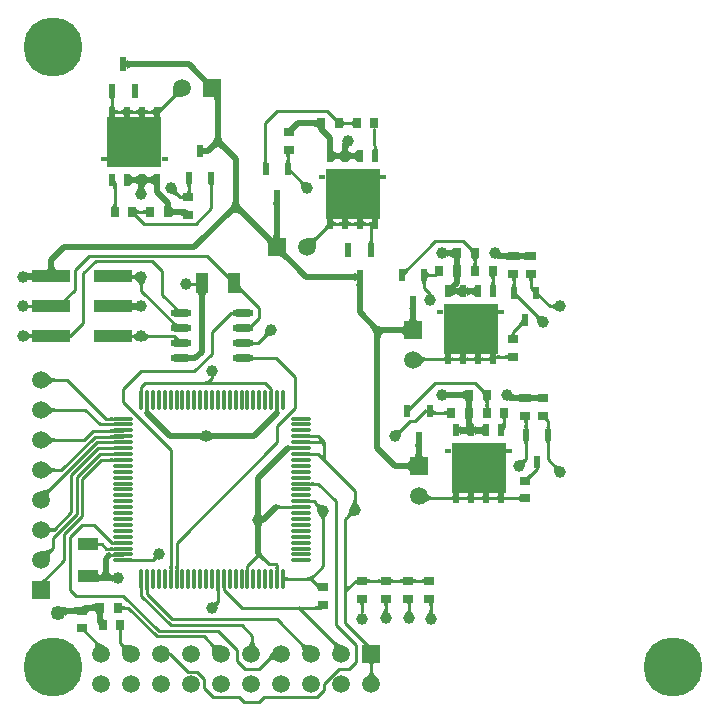
<source format=gtl>
G04 Layer_Physical_Order=1*
G04 Layer_Color=255*
%FSLAX25Y25*%
%MOIN*%
G70*
G01*
G75*
%ADD10R,0.03543X0.02756*%
%ADD11R,0.02756X0.03543*%
%ADD12R,0.02362X0.04134*%
%ADD13R,0.06693X0.04331*%
%ADD14R,0.04331X0.06693*%
%ADD15O,0.07087X0.02362*%
%ADD16R,0.02362X0.04528*%
%ADD17R,0.02205X0.04173*%
%ADD18R,0.02205X0.03386*%
%ADD19R,0.02126X0.01378*%
%ADD20R,0.18189X0.16614*%
%ADD21O,0.01181X0.07087*%
%ADD22O,0.07087X0.01181*%
%ADD23R,0.12500X0.04488*%
%ADD24C,0.00984*%
%ADD25C,0.01969*%
%ADD26C,0.05906*%
%ADD27R,0.05906X0.05906*%
%ADD28R,0.05906X0.05906*%
%ADD29C,0.03937*%
%ADD30C,0.04921*%
%ADD31C,0.19685*%
G36*
X136821Y85242D02*
X136850Y84905D01*
X136900Y84608D01*
X136969Y84350D01*
X137057Y84133D01*
X137165Y83954D01*
X137293Y83816D01*
X137441Y83717D01*
X137608Y83657D01*
X137795Y83637D01*
X133858D01*
X134045Y83657D01*
X134213Y83717D01*
X134360Y83816D01*
X134488Y83954D01*
X134597Y84133D01*
X134685Y84350D01*
X134754Y84608D01*
X134803Y84905D01*
X134833Y85242D01*
X134843Y85618D01*
X136811D01*
X136821Y85242D01*
D02*
G37*
G36*
X34026Y84101D02*
X34031Y84092D01*
X34018Y84084D01*
X33986Y84078D01*
X33937Y84072D01*
X33786Y84063D01*
X33268Y84056D01*
X32835Y85039D01*
X33021Y85041D01*
X33615Y85077D01*
X33727Y85094D01*
X33906Y85136D01*
X33974Y85162D01*
X34026Y85191D01*
Y84101D01*
D02*
G37*
G36*
X99857Y85181D02*
X99900Y85172D01*
X99961Y85164D01*
X100137Y85151D01*
X100896Y85138D01*
Y84153D01*
X99832Y84101D01*
Y85191D01*
X99857Y85181D01*
D02*
G37*
G36*
X171805Y82526D02*
X171685Y82395D01*
X171580Y82257D01*
X171489Y82111D01*
X171412Y81956D01*
X171350Y81794D01*
X171302Y81624D01*
X171268Y81447D01*
X171249Y81261D01*
X171244Y81068D01*
X171254Y80866D01*
X169449Y82671D01*
X169650Y82661D01*
X169844Y82666D01*
X170029Y82686D01*
X170207Y82719D01*
X170377Y82767D01*
X170539Y82830D01*
X170693Y82906D01*
X170840Y82997D01*
X170978Y83102D01*
X171109Y83222D01*
X171805Y82526D01*
D02*
G37*
G36*
X132898Y78740D02*
X132878Y78927D01*
X132819Y79094D01*
X132720Y79242D01*
X132581Y79370D01*
X132403Y79478D01*
X132185Y79567D01*
X131928Y79636D01*
X131631Y79685D01*
X131294Y79715D01*
X130918Y79724D01*
Y81693D01*
X131294Y81703D01*
X131631Y81732D01*
X131928Y81782D01*
X132185Y81850D01*
X132403Y81939D01*
X132581Y82047D01*
X132720Y82175D01*
X132819Y82323D01*
X132878Y82490D01*
X132898Y82677D01*
Y78740D01*
D02*
G37*
G36*
X181358Y81162D02*
X181492Y81065D01*
X181641Y80979D01*
X181802Y80905D01*
X181977Y80843D01*
X182165Y80793D01*
X182367Y80754D01*
X182582Y80727D01*
X182810Y80712D01*
X183051Y80709D01*
X181103Y78760D01*
X181099Y79001D01*
X181057Y79444D01*
X181018Y79646D01*
X180968Y79834D01*
X180906Y80009D01*
X180832Y80170D01*
X180746Y80318D01*
X180649Y80453D01*
X180540Y80575D01*
X181236Y81271D01*
X181358Y81162D01*
D02*
G37*
G36*
X34026Y82132D02*
X34001Y82142D01*
X33959Y82151D01*
X33897Y82159D01*
X33721Y82172D01*
X32963Y82185D01*
Y83169D01*
X34026Y83222D01*
Y82132D01*
D02*
G37*
G36*
X104823Y83865D02*
X104830Y83671D01*
X104851Y83483D01*
X104885Y83301D01*
X104934Y83124D01*
X104997Y82953D01*
X105073Y82788D01*
X105164Y82629D01*
X105268Y82475D01*
X105387Y82327D01*
X105519Y82185D01*
X103983Y82329D01*
X103143Y84561D01*
X103275Y84439D01*
X103393Y84350D01*
X103498Y84295D01*
X103588Y84273D01*
X103665Y84285D01*
X103727Y84331D01*
X103776Y84410D01*
X103811Y84523D01*
X103832Y84670D01*
X103839Y84850D01*
X104823Y83865D01*
D02*
G37*
G36*
X12255Y91138D02*
X12831Y90634D01*
X13104Y90429D01*
X13367Y90256D01*
X13619Y90114D01*
X13861Y90004D01*
X14093Y89925D01*
X14314Y89878D01*
X14526Y89862D01*
Y88878D01*
X14314Y88862D01*
X14093Y88815D01*
X13861Y88736D01*
X13619Y88626D01*
X13367Y88484D01*
X13104Y88311D01*
X12831Y88106D01*
X12255Y87602D01*
X11951Y87303D01*
Y91437D01*
X12255Y91138D01*
D02*
G37*
G36*
X34026Y88038D02*
X34001Y88048D01*
X33959Y88057D01*
X33897Y88065D01*
X33721Y88077D01*
X32963Y88090D01*
Y89075D01*
X34026Y89128D01*
Y88038D01*
D02*
G37*
G36*
X99857Y89118D02*
X99900Y89109D01*
X99961Y89101D01*
X100137Y89088D01*
X100896Y89075D01*
Y88090D01*
X99832Y88038D01*
Y89128D01*
X99857Y89118D01*
D02*
G37*
G36*
X104331Y88583D02*
X103839Y87106D01*
X103829Y87293D01*
X103799Y87461D01*
X103750Y87608D01*
X103681Y87736D01*
X103593Y87845D01*
X103484Y87933D01*
X103356Y88002D01*
X103209Y88051D01*
X103041Y88081D01*
X102854Y88090D01*
X102158Y89075D01*
X102338Y89082D01*
X102485Y89103D01*
X102598Y89137D01*
X102677Y89186D01*
X102723Y89249D01*
X102735Y89325D01*
X102713Y89416D01*
X102658Y89520D01*
X102569Y89639D01*
X102447Y89771D01*
X104331Y88583D01*
D02*
G37*
G36*
X93082Y87272D02*
X93175Y87237D01*
X93301Y87206D01*
X93463Y87180D01*
X93888Y87139D01*
X94783Y87108D01*
X95150Y87106D01*
Y86122D01*
X94783Y86120D01*
X93301Y86022D01*
X93175Y85991D01*
X93082Y85957D01*
X93024Y85918D01*
Y86111D01*
X92412Y86122D01*
Y87106D01*
X93024Y87137D01*
Y87310D01*
X93082Y87272D01*
D02*
G37*
G36*
X136961Y87886D02*
X136929Y87827D01*
X136902Y87729D01*
X136878Y87591D01*
X136857Y87414D01*
X136818Y86646D01*
X136811Y85937D01*
X134843D01*
X134841Y86311D01*
X134752Y87729D01*
X134724Y87827D01*
X134693Y87886D01*
X134658Y87906D01*
X136996D01*
X136961Y87886D01*
D02*
G37*
G36*
X34026Y86069D02*
X34031Y86061D01*
X34018Y86053D01*
X33986Y86046D01*
X33937Y86041D01*
X33786Y86032D01*
X33268Y86024D01*
X32835Y87008D01*
X33021Y87009D01*
X33615Y87046D01*
X33727Y87062D01*
X33906Y87105D01*
X33974Y87130D01*
X34026Y87159D01*
Y86069D01*
D02*
G37*
G36*
X152307Y68898D02*
X152297Y68991D01*
X152268Y69075D01*
X152218Y69149D01*
X152148Y69213D01*
X152058Y69267D01*
X151949Y69311D01*
X151819Y69345D01*
X151670Y69370D01*
X151500Y69385D01*
X151311Y69390D01*
Y70374D01*
X151500Y70379D01*
X151670Y70394D01*
X151819Y70418D01*
X151949Y70453D01*
X152058Y70497D01*
X152148Y70551D01*
X152218Y70615D01*
X152268Y70689D01*
X152297Y70773D01*
X152307Y70866D01*
Y68898D01*
D02*
G37*
G36*
X154474Y70773D02*
X154504Y70689D01*
X154554Y70615D01*
X154624Y70551D01*
X154713Y70497D01*
X154823Y70453D01*
X154952Y70418D01*
X155102Y70394D01*
X155271Y70379D01*
X155460Y70374D01*
Y69390D01*
X155271Y69385D01*
X155102Y69370D01*
X154952Y69345D01*
X154823Y69311D01*
X154713Y69267D01*
X154624Y69213D01*
X154554Y69149D01*
X154504Y69075D01*
X154474Y68991D01*
X154464Y68898D01*
Y70866D01*
X154474Y70773D01*
D02*
G37*
G36*
X157308Y68898D02*
X157298Y68991D01*
X157268Y69075D01*
X157218Y69149D01*
X157148Y69213D01*
X157058Y69267D01*
X156949Y69311D01*
X156819Y69345D01*
X156670Y69370D01*
X156500Y69385D01*
X156311Y69390D01*
Y70374D01*
X156500Y70379D01*
X156670Y70394D01*
X156819Y70418D01*
X156949Y70453D01*
X157058Y70497D01*
X157148Y70551D01*
X157218Y70615D01*
X157268Y70689D01*
X157298Y70773D01*
X157308Y70866D01*
Y68898D01*
D02*
G37*
G36*
X149474Y70773D02*
X149504Y70689D01*
X149554Y70615D01*
X149624Y70551D01*
X149713Y70497D01*
X149823Y70453D01*
X149952Y70418D01*
X150102Y70394D01*
X150271Y70379D01*
X150460Y70374D01*
Y69390D01*
X150271Y69385D01*
X150102Y69370D01*
X149952Y69345D01*
X149823Y69311D01*
X149713Y69267D01*
X149624Y69213D01*
X149554Y69149D01*
X149504Y69075D01*
X149474Y68991D01*
X149464Y68898D01*
Y70866D01*
X149474Y70773D01*
D02*
G37*
G36*
X138618Y71774D02*
X138810Y71480D01*
X139008Y71221D01*
X139210Y70996D01*
X139418Y70806D01*
X139631Y70651D01*
X139849Y70530D01*
X140071Y70443D01*
X140299Y70391D01*
X140532Y70374D01*
X140240Y69390D01*
X140079Y69377D01*
X139887Y69340D01*
X139666Y69277D01*
X139414Y69189D01*
X138821Y68938D01*
X138107Y68586D01*
X137272Y68134D01*
X138430Y72102D01*
X138618Y71774D01*
D02*
G37*
G36*
X99856Y69433D02*
X99896Y69424D01*
X99951Y69416D01*
X100110Y69403D01*
X100620Y69390D01*
X100787Y69390D01*
Y68405D01*
X99832Y68353D01*
Y69443D01*
X99856Y69433D01*
D02*
G37*
G36*
X147308Y68898D02*
X147298Y68991D01*
X147268Y69075D01*
X147218Y69149D01*
X147148Y69213D01*
X147058Y69267D01*
X146949Y69311D01*
X146819Y69345D01*
X146670Y69370D01*
X146501Y69385D01*
X146311Y69390D01*
Y70374D01*
X146501Y70379D01*
X146670Y70394D01*
X146819Y70418D01*
X146949Y70453D01*
X147058Y70497D01*
X147148Y70551D01*
X147218Y70615D01*
X147268Y70689D01*
X147298Y70773D01*
X147308Y70866D01*
Y68898D01*
D02*
G37*
G36*
X159474Y70773D02*
X159504Y70689D01*
X159554Y70615D01*
X159624Y70551D01*
X159713Y70497D01*
X159823Y70453D01*
X159952Y70418D01*
X160102Y70394D01*
X160271Y70379D01*
X160460Y70374D01*
Y69390D01*
X160271Y69385D01*
X160102Y69370D01*
X159952Y69345D01*
X159823Y69311D01*
X159713Y69267D01*
X159624Y69213D01*
X159554Y69149D01*
X159504Y69075D01*
X159474Y68991D01*
X159464Y68898D01*
Y70866D01*
X159474Y70773D01*
D02*
G37*
G36*
X99857Y75338D02*
X99900Y75329D01*
X99961Y75321D01*
X100137Y75308D01*
X100896Y75295D01*
X100895Y74311D01*
X99832Y74258D01*
Y75348D01*
X99857Y75338D01*
D02*
G37*
G36*
X173715Y77547D02*
X173502Y77327D01*
X173170Y76940D01*
X173051Y76774D01*
X172965Y76625D01*
X172910Y76495D01*
X172887Y76383D01*
X172895Y76289D01*
X172935Y76213D01*
X173008Y76155D01*
X171234Y77141D01*
X171327Y77105D01*
X171430Y77091D01*
X171544Y77103D01*
X171668Y77137D01*
X171802Y77196D01*
X171946Y77279D01*
X172100Y77386D01*
X172265Y77516D01*
X172441Y77671D01*
X172626Y77849D01*
X173715Y77547D01*
D02*
G37*
G36*
X12255Y81138D02*
X12831Y80634D01*
X13104Y80429D01*
X13367Y80256D01*
X13619Y80114D01*
X13861Y80004D01*
X14093Y79925D01*
X14314Y79878D01*
X14526Y79862D01*
Y78878D01*
X14314Y78862D01*
X14093Y78815D01*
X13861Y78736D01*
X13619Y78626D01*
X13367Y78484D01*
X13104Y78311D01*
X12831Y78106D01*
X12255Y77602D01*
X11951Y77303D01*
Y81437D01*
X12255Y81138D01*
D02*
G37*
G36*
X13230Y72663D02*
X13083Y72493D01*
X12959Y72297D01*
X12856Y72076D01*
X12776Y71830D01*
X12718Y71559D01*
X12682Y71262D01*
X12668Y70941D01*
X12677Y70594D01*
X12707Y70222D01*
X12760Y69825D01*
X9446Y72296D01*
X9898Y72363D01*
X11048Y72602D01*
X11363Y72695D01*
X11645Y72794D01*
X11892Y72900D01*
X12106Y73012D01*
X12286Y73131D01*
X12431Y73256D01*
X13230Y72663D01*
D02*
G37*
G36*
X162308Y68898D02*
X162297Y68991D01*
X162268Y69075D01*
X162218Y69149D01*
X162148Y69213D01*
X162058Y69267D01*
X161949Y69311D01*
X161819Y69345D01*
X161670Y69370D01*
X161501Y69385D01*
X161311Y69390D01*
Y70374D01*
X161501Y70379D01*
X161670Y70394D01*
X161819Y70418D01*
X161949Y70453D01*
X162058Y70497D01*
X162148Y70551D01*
X162218Y70615D01*
X162268Y70689D01*
X162297Y70773D01*
X162308Y70866D01*
Y68898D01*
D02*
G37*
G36*
X164474Y70773D02*
X164504Y70689D01*
X164554Y70615D01*
X164624Y70551D01*
X164713Y70497D01*
X164823Y70453D01*
X164952Y70418D01*
X165102Y70394D01*
X165271Y70379D01*
X165460Y70374D01*
Y69390D01*
X165271Y69385D01*
X165102Y69370D01*
X164952Y69345D01*
X164823Y69311D01*
X164713Y69267D01*
X164624Y69213D01*
X164554Y69149D01*
X164504Y69075D01*
X164474Y68991D01*
X164464Y68898D01*
Y70866D01*
X164474Y70773D01*
D02*
G37*
G36*
X169512Y68898D02*
X169502Y68991D01*
X169472Y69075D01*
X169422Y69149D01*
X169353Y69213D01*
X169263Y69267D01*
X169153Y69311D01*
X169024Y69345D01*
X168875Y69370D01*
X168705Y69385D01*
X168516Y69390D01*
Y70374D01*
X168705Y70379D01*
X168875Y70394D01*
X169024Y70418D01*
X169153Y70453D01*
X169263Y70497D01*
X169353Y70551D01*
X169422Y70615D01*
X169472Y70689D01*
X169502Y70773D01*
X169512Y70866D01*
Y68898D01*
D02*
G37*
G36*
X12255Y101138D02*
X12831Y100634D01*
X13104Y100429D01*
X13367Y100256D01*
X13619Y100114D01*
X13861Y100004D01*
X14093Y99925D01*
X14314Y99878D01*
X14526Y99862D01*
Y98878D01*
X14314Y98862D01*
X14093Y98815D01*
X13861Y98736D01*
X13619Y98626D01*
X13367Y98484D01*
X13104Y98311D01*
X12831Y98106D01*
X12255Y97602D01*
X11951Y97303D01*
Y101437D01*
X12255Y101138D01*
D02*
G37*
G36*
X140734Y99316D02*
X140764Y99232D01*
X140814Y99159D01*
X140884Y99094D01*
X140973Y99040D01*
X141083Y98996D01*
X141212Y98962D01*
X141362Y98937D01*
X141531Y98922D01*
X141720Y98917D01*
Y97933D01*
X141531Y97928D01*
X141362Y97913D01*
X141212Y97889D01*
X141083Y97854D01*
X140973Y97810D01*
X140884Y97756D01*
X140814Y97692D01*
X140764Y97618D01*
X140734Y97535D01*
X140724Y97441D01*
Y99410D01*
X140734Y99316D01*
D02*
G37*
G36*
X145288Y97441D02*
X145278Y97535D01*
X145248Y97618D01*
X145199Y97692D01*
X145130Y97756D01*
X145042Y97810D01*
X144933Y97854D01*
X144805Y97889D01*
X144658Y97913D01*
X144490Y97928D01*
X144303Y97933D01*
Y98917D01*
X144490Y98922D01*
X144658Y98937D01*
X144805Y98962D01*
X144933Y98996D01*
X145042Y99040D01*
X145130Y99094D01*
X145199Y99159D01*
X145248Y99232D01*
X145278Y99316D01*
X145288Y99410D01*
Y97441D01*
D02*
G37*
G36*
X34026Y95912D02*
X34001Y95922D01*
X33959Y95931D01*
X33897Y95939D01*
X33721Y95951D01*
X32963Y95964D01*
Y96949D01*
X34026Y97002D01*
Y95912D01*
D02*
G37*
G36*
X172347Y96065D02*
X172264Y96036D01*
X172190Y95986D01*
X172126Y95917D01*
X172072Y95829D01*
X172028Y95721D01*
X171993Y95593D01*
X171968Y95445D01*
X171954Y95278D01*
X171949Y95091D01*
X170965D01*
X170960Y95278D01*
X170945Y95445D01*
X170920Y95593D01*
X170886Y95721D01*
X170842Y95829D01*
X170787Y95917D01*
X170723Y95986D01*
X170650Y96036D01*
X170566Y96065D01*
X170472Y96075D01*
X172441D01*
X172347Y96065D01*
D02*
G37*
G36*
X178913Y96483D02*
X178912Y96464D01*
X178921Y96438D01*
X178941Y96402D01*
X178972Y96359D01*
X179013Y96307D01*
X179128Y96179D01*
X179285Y96017D01*
X178531Y95379D01*
X178393Y95517D01*
X177780Y96057D01*
X177743Y96073D01*
X177720Y96075D01*
X178925Y96493D01*
X178913Y96483D01*
D02*
G37*
G36*
X165261Y96668D02*
X165177Y96638D01*
X165103Y96588D01*
X165039Y96518D01*
X164985Y96429D01*
X164941Y96319D01*
X164907Y96189D01*
X164882Y96040D01*
X164867Y95871D01*
X164862Y95681D01*
X163878D01*
X163873Y95871D01*
X163858Y96040D01*
X163834Y96189D01*
X163799Y96319D01*
X163755Y96429D01*
X163701Y96518D01*
X163637Y96588D01*
X163563Y96638D01*
X163479Y96668D01*
X163386Y96678D01*
X165354D01*
X165261Y96668D01*
D02*
G37*
G36*
X45770Y100688D02*
X45868Y99207D01*
X45899Y99080D01*
X45933Y98988D01*
X45972Y98930D01*
X45778D01*
X45768Y98317D01*
X44783D01*
X44753Y98930D01*
X44579D01*
X44618Y98988D01*
X44653Y99080D01*
X44683Y99207D01*
X44710Y99368D01*
X44751Y99793D01*
X44781Y100688D01*
X44783Y101055D01*
X45768D01*
X45770Y100688D01*
D02*
G37*
G36*
X133952Y100185D02*
X133818Y100044D01*
X133698Y99904D01*
X133592Y99764D01*
X133500Y99624D01*
X133423Y99485D01*
X133359Y99346D01*
X133309Y99207D01*
X133273Y99069D01*
X133251Y98931D01*
X133244Y98793D01*
X133256Y101071D01*
X133263Y101042D01*
X133283Y101030D01*
X133318Y101037D01*
X133367Y101061D01*
X133430Y101102D01*
X133506Y101162D01*
X133701Y101334D01*
X133952Y101577D01*
Y100185D01*
D02*
G37*
G36*
X159355Y102573D02*
X159272Y102543D01*
X159198Y102493D01*
X159134Y102424D01*
X159080Y102334D01*
X159036Y102224D01*
X159001Y102095D01*
X158976Y101945D01*
X158962Y101776D01*
X158957Y101587D01*
X157973D01*
X157968Y101776D01*
X157953Y101945D01*
X157928Y102095D01*
X157894Y102224D01*
X157850Y102334D01*
X157795Y102424D01*
X157731Y102493D01*
X157658Y102543D01*
X157574Y102573D01*
X157480Y102583D01*
X159449D01*
X159355Y102573D01*
D02*
G37*
G36*
X167296Y104728D02*
X167351Y104645D01*
X167426Y104571D01*
X167520Y104507D01*
X167635Y104453D01*
X167769Y104409D01*
X167923Y104375D01*
X168097Y104350D01*
X168121Y104349D01*
X168791Y104392D01*
X169008Y104426D01*
X169185Y104468D01*
X169323Y104518D01*
X169422Y104575D01*
X169481Y104640D01*
X169500Y104712D01*
Y101981D01*
X169481Y102053D01*
X169422Y102118D01*
X169323Y102175D01*
X169185Y102225D01*
X169008Y102267D01*
X168791Y102301D01*
X168536Y102328D01*
X167906Y102358D01*
X167532Y102362D01*
Y102393D01*
X165968Y102460D01*
X167261Y104821D01*
X167296Y104728D01*
D02*
G37*
G36*
X151193Y102571D02*
X153925D01*
X153852Y102551D01*
X153788Y102492D01*
X153730Y102394D01*
X153681Y102256D01*
X153639Y102079D01*
X153604Y101862D01*
X153578Y101607D01*
X153569Y101435D01*
X153604Y100893D01*
X153639Y100677D01*
X153681Y100500D01*
X153730Y100362D01*
X153788Y100264D01*
X153852Y100205D01*
X153925Y100185D01*
X151193D01*
X151266Y100205D01*
X151330Y100264D01*
X151388Y100362D01*
X151437Y100500D01*
X151479Y100677D01*
X151514Y100893D01*
X151540Y101149D01*
X151549Y101321D01*
X151514Y101862D01*
X151479Y102079D01*
X151437Y102256D01*
X151388Y102394D01*
X151330Y102492D01*
X151266Y102551D01*
X151193Y102571D01*
X151173Y102718D01*
X151114Y102850D01*
X151016Y102966D01*
X150878Y103067D01*
X150701Y103153D01*
X150484Y103222D01*
X150229Y103277D01*
X149933Y103315D01*
X149599Y103339D01*
X149225Y103347D01*
Y105315D01*
X149599Y105323D01*
X150229Y105385D01*
X150484Y105439D01*
X150701Y105509D01*
X150878Y105594D01*
X151016Y105695D01*
X151114Y105811D01*
X151173Y105943D01*
X151193Y106090D01*
Y102571D01*
D02*
G37*
G36*
X89077Y100688D02*
X89175Y99207D01*
X89206Y99080D01*
X89240Y98988D01*
X89279Y98930D01*
X89086D01*
X89075Y98317D01*
X88091D01*
X88060Y98930D01*
X87886D01*
X87925Y98988D01*
X87960Y99080D01*
X87990Y99207D01*
X88017Y99368D01*
X88058Y99793D01*
X88089Y100688D01*
X88091Y101055D01*
X89075D01*
X89077Y100688D01*
D02*
G37*
G36*
X138410Y98512D02*
X138405Y98514D01*
X138389Y98516D01*
X138363Y98518D01*
X137992Y98523D01*
X137894Y98524D01*
Y99508D01*
X138410Y99520D01*
Y98512D01*
D02*
G37*
G36*
X158962Y100980D02*
X158976Y100811D01*
X159001Y100661D01*
X159036Y100531D01*
X159080Y100422D01*
X159134Y100332D01*
X159198Y100262D01*
X159272Y100213D01*
X159355Y100183D01*
X159449Y100173D01*
X157480D01*
X157574Y100183D01*
X157658Y100213D01*
X157731Y100262D01*
X157795Y100332D01*
X157850Y100422D01*
X157894Y100531D01*
X157928Y100661D01*
X157953Y100811D01*
X157968Y100980D01*
X157973Y101169D01*
X158957D01*
X158962Y100980D01*
D02*
G37*
G36*
X34026Y90006D02*
X34031Y89998D01*
X34018Y89990D01*
X33986Y89983D01*
X33937Y89978D01*
X33786Y89969D01*
X33268Y89961D01*
X32835Y90945D01*
X33021Y90946D01*
X33615Y90983D01*
X33727Y90999D01*
X33906Y91042D01*
X33974Y91067D01*
X34026Y91096D01*
Y90006D01*
D02*
G37*
G36*
X99857Y91086D02*
X99900Y91077D01*
X99961Y91069D01*
X100137Y91057D01*
X100896Y91043D01*
Y90059D01*
X99832Y90006D01*
Y91096D01*
X99857Y91086D01*
D02*
G37*
G36*
X130484Y92386D02*
X130375Y92264D01*
X130277Y92129D01*
X130192Y91981D01*
X130118Y91820D01*
X130056Y91645D01*
X130005Y91457D01*
X129967Y91255D01*
X129940Y91040D01*
X129925Y90812D01*
X129921Y90571D01*
X127972Y92520D01*
X128214Y92523D01*
X128657Y92565D01*
X128858Y92604D01*
X129046Y92654D01*
X129221Y92716D01*
X129383Y92790D01*
X129531Y92876D01*
X129666Y92973D01*
X129788Y93082D01*
X130484Y92386D01*
D02*
G37*
G36*
X66451Y91854D02*
X66549Y91787D01*
X66662Y91728D01*
X66789Y91677D01*
X66929Y91634D01*
X67084Y91598D01*
X67254Y91571D01*
X67437Y91551D01*
X67847Y91535D01*
Y89567D01*
X67635Y89563D01*
X67254Y89531D01*
X67084Y89504D01*
X66929Y89468D01*
X66789Y89425D01*
X66662Y89374D01*
X66549Y89315D01*
X66451Y89248D01*
X66366Y89173D01*
Y91929D01*
X66451Y91854D01*
D02*
G37*
G36*
X172347Y89077D02*
X172264Y89047D01*
X172190Y88998D01*
X172126Y88929D01*
X172072Y88841D01*
X172028Y88732D01*
X171993Y88605D01*
X171968Y88457D01*
X171954Y88290D01*
X171949Y88103D01*
X170965D01*
X170960Y88290D01*
X170945Y88457D01*
X170920Y88605D01*
X170886Y88732D01*
X170842Y88841D01*
X170787Y88929D01*
X170723Y88998D01*
X170650Y89047D01*
X170566Y89077D01*
X170472Y89087D01*
X172441D01*
X172347Y89077D01*
D02*
G37*
G36*
X179828D02*
X179744Y89047D01*
X179670Y88998D01*
X179606Y88929D01*
X179552Y88841D01*
X179508Y88732D01*
X179473Y88605D01*
X179449Y88457D01*
X179434Y88290D01*
X179429Y88103D01*
X178445D01*
X178440Y88290D01*
X178425Y88457D01*
X178401Y88605D01*
X178366Y88732D01*
X178322Y88841D01*
X178268Y88929D01*
X178204Y88998D01*
X178130Y89047D01*
X178046Y89077D01*
X177953Y89087D01*
X179921D01*
X179828Y89077D01*
D02*
G37*
G36*
X63555Y89173D02*
X63471Y89248D01*
X63372Y89315D01*
X63260Y89374D01*
X63133Y89425D01*
X62992Y89468D01*
X62837Y89504D01*
X62668Y89531D01*
X62484Y89551D01*
X62075Y89567D01*
Y91535D01*
X62287Y91539D01*
X62668Y91571D01*
X62837Y91598D01*
X62992Y91634D01*
X63133Y91677D01*
X63260Y91728D01*
X63372Y91787D01*
X63471Y91854D01*
X63555Y91929D01*
Y89173D01*
D02*
G37*
G36*
X34026Y91975D02*
X34031Y91966D01*
X34018Y91958D01*
X33986Y91952D01*
X33937Y91946D01*
X33786Y91937D01*
X33268Y91930D01*
X32835Y92913D01*
X33021Y92915D01*
X33615Y92951D01*
X33727Y92968D01*
X33906Y93010D01*
X33974Y93036D01*
X34026Y93065D01*
Y91975D01*
D02*
G37*
G36*
Y93943D02*
X34001Y93953D01*
X33959Y93962D01*
X33897Y93970D01*
X33721Y93983D01*
X32963Y93996D01*
Y94980D01*
X34026Y95033D01*
Y93943D01*
D02*
G37*
G36*
X164476Y94594D02*
X163386Y94582D01*
X163479Y94593D01*
X163563Y94624D01*
X163637Y94674D01*
X163701Y94744D01*
X163755Y94834D01*
X163799Y94944D01*
X163834Y95073D01*
X163858Y95222D01*
X163873Y95390D01*
X163878Y95578D01*
X164862D01*
X164476Y94594D01*
D02*
G37*
G36*
X153852Y96646D02*
X153788Y96587D01*
X153730Y96488D01*
X153681Y96351D01*
X153639Y96173D01*
X153604Y95957D01*
X153588Y95805D01*
X153627Y95559D01*
X153693Y95303D01*
X153777Y95086D01*
X153879Y94909D01*
X154000Y94771D01*
X154140Y94673D01*
X154299Y94614D01*
X154476Y94594D01*
X152295D01*
X152159Y94614D01*
X152036Y94673D01*
X152010Y94697D01*
X151575D01*
X151571Y95071D01*
X151514Y95957D01*
X151479Y96173D01*
X151437Y96351D01*
X151388Y96488D01*
X151331Y96587D01*
X151266Y96646D01*
X151193Y96666D01*
X153925D01*
X153852Y96646D01*
D02*
G37*
G36*
X157308Y90551D02*
X157288Y90738D01*
X157228Y90905D01*
X157129Y91053D01*
X156991Y91181D01*
X156812Y91289D01*
X156595Y91378D01*
X156337Y91447D01*
X156040Y91496D01*
X155886Y91510D01*
X155732Y91496D01*
X155435Y91447D01*
X155177Y91378D01*
X154959Y91289D01*
X154781Y91181D01*
X154642Y91053D01*
X154543Y90905D01*
X154484Y90738D01*
X154464Y90551D01*
Y94488D01*
X154484Y94301D01*
X154543Y94134D01*
X154642Y93986D01*
X154781Y93858D01*
X154959Y93750D01*
X155177Y93661D01*
X155435Y93593D01*
X155732Y93543D01*
X155886Y93530D01*
X156040Y93543D01*
X156337Y93593D01*
X156595Y93661D01*
X156812Y93750D01*
X156991Y93858D01*
X157129Y93986D01*
X157228Y94134D01*
X157288Y94301D01*
X157308Y94488D01*
Y90551D01*
D02*
G37*
G36*
X171954Y93992D02*
X171968Y93822D01*
X171993Y93673D01*
X172028Y93543D01*
X172072Y93434D01*
X172126Y93344D01*
X172190Y93274D01*
X172264Y93225D01*
X172347Y93195D01*
X172441Y93185D01*
X170472D01*
X170566Y93195D01*
X170650Y93225D01*
X170723Y93274D01*
X170787Y93344D01*
X170842Y93434D01*
X170886Y93543D01*
X170920Y93673D01*
X170945Y93822D01*
X170960Y93992D01*
X170965Y94181D01*
X171949D01*
X171954Y93992D01*
D02*
G37*
G36*
X179434D02*
X179449Y93822D01*
X179473Y93673D01*
X179508Y93543D01*
X179552Y93434D01*
X179606Y93344D01*
X179670Y93274D01*
X179744Y93225D01*
X179828Y93195D01*
X179921Y93185D01*
X177953D01*
X178046Y93195D01*
X178130Y93225D01*
X178204Y93274D01*
X178268Y93344D01*
X178322Y93434D01*
X178366Y93543D01*
X178401Y93673D01*
X178425Y93822D01*
X178440Y93992D01*
X178445Y94181D01*
X179429D01*
X179434Y93992D01*
D02*
G37*
G36*
X152307Y90551D02*
X152288Y90738D01*
X152228Y90905D01*
X152129Y91053D01*
X151991Y91181D01*
X151812Y91289D01*
X151594Y91378D01*
X151337Y91447D01*
X151040Y91496D01*
X150886Y91510D01*
X150732Y91496D01*
X150435Y91447D01*
X150177Y91378D01*
X149959Y91289D01*
X149781Y91181D01*
X149643Y91053D01*
X149543Y90905D01*
X149484Y90738D01*
X149464Y90551D01*
Y94488D01*
X149484Y94301D01*
X149543Y94134D01*
X149643Y93986D01*
X149781Y93858D01*
X149959Y93750D01*
X150177Y93661D01*
X150435Y93593D01*
X150732Y93543D01*
X150886Y93530D01*
X151040Y93543D01*
X151337Y93593D01*
X151594Y93661D01*
X151812Y93750D01*
X151991Y93858D01*
X152129Y93986D01*
X152228Y94134D01*
X152288Y94301D01*
X152307Y94488D01*
Y90551D01*
D02*
G37*
G36*
X36809Y34355D02*
X36838Y34272D01*
X36887Y34198D01*
X36956Y34134D01*
X37045Y34080D01*
X37153Y34035D01*
X37281Y34001D01*
X37429Y33976D01*
X37596Y33962D01*
X37783Y33957D01*
Y32972D01*
X37596Y32967D01*
X37429Y32953D01*
X37281Y32928D01*
X37153Y32894D01*
X37045Y32849D01*
X36956Y32795D01*
X36887Y32731D01*
X36838Y32658D01*
X36809Y32574D01*
X36799Y32480D01*
Y34449D01*
X36809Y34355D01*
D02*
G37*
G36*
X102177Y33083D02*
X102167Y33062D01*
X102138Y33043D01*
X102089Y33026D01*
X102020Y33012D01*
X101931Y33000D01*
X101695Y32982D01*
X101193Y32972D01*
Y33957D01*
X101382Y33962D01*
X101550Y33976D01*
X101699Y34001D01*
X101829Y34035D01*
X101938Y34080D01*
X102028Y34134D01*
X102098Y34198D01*
X102148Y34272D01*
X102179Y34355D01*
X102189Y34449D01*
X102177Y33083D01*
D02*
G37*
G36*
X117820Y35053D02*
X117736Y35023D01*
X117662Y34974D01*
X117598Y34904D01*
X117544Y34814D01*
X117500Y34705D01*
X117465Y34575D01*
X117441Y34426D01*
X117426Y34256D01*
X117421Y34067D01*
X116437D01*
X116432Y34256D01*
X116417Y34426D01*
X116393Y34575D01*
X116358Y34705D01*
X116314Y34814D01*
X116260Y34904D01*
X116196Y34974D01*
X116122Y35023D01*
X116038Y35053D01*
X115945Y35063D01*
X117913D01*
X117820Y35053D01*
D02*
G37*
G36*
X98235Y32972D02*
X98055Y32965D01*
X97909Y32945D01*
X97796Y32910D01*
X97717Y32861D01*
X97671Y32798D01*
X97659Y32722D01*
X97681Y32631D01*
X97736Y32527D01*
X97825Y32409D01*
X97947Y32276D01*
X96555D01*
X96413Y32409D01*
X96265Y32527D01*
X96112Y32631D01*
X95952Y32722D01*
X95787Y32798D01*
X95616Y32861D01*
X95439Y32910D01*
X95257Y32945D01*
X95069Y32965D01*
X94875Y32972D01*
X96063Y33957D01*
X98235Y32972D01*
D02*
G37*
G36*
X21862Y31114D02*
X21843Y31187D01*
X21784Y31252D01*
X21685Y31309D01*
X21547Y31358D01*
X21370Y31400D01*
X21154Y31435D01*
X20898Y31462D01*
X20268Y31492D01*
X19894Y31496D01*
Y33464D01*
X20268Y33468D01*
X21154Y33525D01*
X21370Y33560D01*
X21547Y33602D01*
X21685Y33651D01*
X21784Y33709D01*
X21843Y33773D01*
X21862Y33846D01*
Y31114D01*
D02*
G37*
G36*
X125304Y32845D02*
X125331Y32681D01*
X125375Y32516D01*
X125437Y32349D01*
X125517Y32182D01*
X125614Y32013D01*
X125729Y31843D01*
X125862Y31672D01*
X126013Y31500D01*
X126181Y31327D01*
X123425D01*
X123593Y31500D01*
X123877Y31843D01*
X123992Y32013D01*
X124090Y32182D01*
X124169Y32349D01*
X124231Y32516D01*
X124276Y32681D01*
X124302Y32845D01*
X124311Y33008D01*
X125295D01*
X125304Y32845D01*
D02*
G37*
G36*
X133178D02*
X133205Y32681D01*
X133249Y32516D01*
X133311Y32349D01*
X133391Y32182D01*
X133488Y32013D01*
X133603Y31843D01*
X133736Y31672D01*
X133887Y31500D01*
X134055Y31327D01*
X131299D01*
X131467Y31500D01*
X131751Y31843D01*
X131866Y32013D01*
X131964Y32182D01*
X132043Y32349D01*
X132105Y32516D01*
X132150Y32681D01*
X132176Y32845D01*
X132185Y33008D01*
X133169D01*
X133178Y32845D01*
D02*
G37*
G36*
X125694Y35053D02*
X125610Y35023D01*
X125536Y34974D01*
X125472Y34904D01*
X125418Y34814D01*
X125374Y34705D01*
X125340Y34575D01*
X125315Y34426D01*
X125300Y34256D01*
X125295Y34067D01*
X124311D01*
X124306Y34256D01*
X124291Y34426D01*
X124267Y34575D01*
X124232Y34705D01*
X124188Y34814D01*
X124134Y34904D01*
X124070Y34974D01*
X123996Y35023D01*
X123912Y35053D01*
X123819Y35063D01*
X125787D01*
X125694Y35053D01*
D02*
G37*
G36*
X43842Y39907D02*
X43833Y39864D01*
X43825Y39803D01*
X43813Y39626D01*
X43799Y38868D01*
X42815D01*
X42762Y39932D01*
X43852D01*
X43842Y39907D01*
D02*
G37*
G36*
X45811D02*
X45802Y39864D01*
X45794Y39803D01*
X45781Y39626D01*
X45768Y38868D01*
X44783D01*
X44731Y39932D01*
X45821D01*
X45811Y39907D01*
D02*
G37*
G36*
X69433D02*
X69424Y39864D01*
X69416Y39803D01*
X69403Y39626D01*
X69390Y38868D01*
X68406D01*
X68353Y39932D01*
X69443D01*
X69433Y39907D01*
D02*
G37*
G36*
X111916Y40969D02*
X111937Y40822D01*
X111972Y40709D01*
X112021Y40630D01*
X112083Y40584D01*
X112160Y40573D01*
X112250Y40594D01*
X112355Y40649D01*
X112473Y40738D01*
X112605Y40860D01*
Y39469D01*
X112473Y39326D01*
X112355Y39179D01*
X112250Y39025D01*
X112160Y38866D01*
X112083Y38701D01*
X112021Y38530D01*
X111972Y38353D01*
X111937Y38170D01*
X111916Y37982D01*
X111909Y37788D01*
X110925Y38976D01*
X111909Y41149D01*
X111916Y40969D01*
D02*
G37*
G36*
X133568Y35053D02*
X133484Y35023D01*
X133410Y34974D01*
X133346Y34904D01*
X133292Y34814D01*
X133248Y34705D01*
X133214Y34575D01*
X133189Y34426D01*
X133174Y34256D01*
X133169Y34067D01*
X132185D01*
X132180Y34256D01*
X132165Y34426D01*
X132141Y34575D01*
X132106Y34705D01*
X132062Y34814D01*
X132008Y34904D01*
X131944Y34974D01*
X131870Y35023D01*
X131786Y35053D01*
X131693Y35063D01*
X133661D01*
X133568Y35053D01*
D02*
G37*
G36*
X140655D02*
X140571Y35023D01*
X140497Y34974D01*
X140433Y34904D01*
X140379Y34814D01*
X140335Y34705D01*
X140300Y34575D01*
X140276Y34426D01*
X140261Y34256D01*
X140256Y34067D01*
X139272D01*
X139267Y34256D01*
X139252Y34426D01*
X139227Y34575D01*
X139193Y34705D01*
X139149Y34814D01*
X139094Y34904D01*
X139031Y34974D01*
X138957Y35023D01*
X138873Y35053D01*
X138779Y35063D01*
X140748D01*
X140655Y35053D01*
D02*
G37*
G36*
X69239Y35092D02*
X69133Y34980D01*
X69041Y34868D01*
X68963Y34759D01*
X68899Y34651D01*
X68850Y34545D01*
X68815Y34440D01*
X68794Y34337D01*
X68787Y34235D01*
X68795Y34135D01*
X68817Y34037D01*
X67488Y35366D01*
X67586Y35344D01*
X67686Y35337D01*
X67788Y35343D01*
X67891Y35364D01*
X67996Y35399D01*
X68102Y35449D01*
X68210Y35512D01*
X68319Y35590D01*
X68430Y35682D01*
X68543Y35788D01*
X69239Y35092D01*
D02*
G37*
G36*
X67276Y21395D02*
X67466Y21272D01*
X67686Y21164D01*
X67935Y21070D01*
X68213Y20992D01*
X68521Y20929D01*
X68859Y20881D01*
X69623Y20830D01*
X70049Y20827D01*
X67126Y17903D01*
X67123Y18330D01*
X67072Y19094D01*
X67024Y19431D01*
X66961Y19739D01*
X66882Y20018D01*
X66789Y20267D01*
X66681Y20487D01*
X66558Y20677D01*
X66419Y20838D01*
X67115Y21533D01*
X67276Y21395D01*
D02*
G37*
G36*
X97366Y21462D02*
X97554Y21339D01*
X97773Y21230D01*
X98022Y21133D01*
X98302Y21050D01*
X98612Y20979D01*
X98953Y20921D01*
X99728Y20845D01*
X100161Y20826D01*
X97129Y18015D01*
X97142Y18434D01*
X97115Y19187D01*
X97076Y19521D01*
X97020Y19827D01*
X96948Y20104D01*
X96858Y20352D01*
X96751Y20573D01*
X96627Y20764D01*
X96486Y20928D01*
X97209Y21597D01*
X97366Y21462D01*
D02*
G37*
G36*
X108306Y21933D02*
X108447Y21839D01*
X108632Y21732D01*
X109135Y21479D01*
X110220Y21002D01*
X111165Y20620D01*
X107355Y19015D01*
X107485Y19353D01*
X107583Y19674D01*
X107649Y19977D01*
X107683Y20262D01*
X107686Y20530D01*
X107657Y20781D01*
X107596Y21014D01*
X107504Y21229D01*
X107380Y21427D01*
X107224Y21607D01*
X108209Y22014D01*
X108306Y21933D01*
D02*
G37*
G36*
X37276Y21395D02*
X37466Y21272D01*
X37685Y21164D01*
X37935Y21070D01*
X38213Y20992D01*
X38521Y20929D01*
X38859Y20881D01*
X39623Y20830D01*
X40049Y20827D01*
X37126Y17903D01*
X37123Y18330D01*
X37072Y19094D01*
X37024Y19431D01*
X36961Y19739D01*
X36882Y20018D01*
X36789Y20267D01*
X36681Y20487D01*
X36558Y20677D01*
X36419Y20838D01*
X37115Y21533D01*
X37276Y21395D01*
D02*
G37*
G36*
X120587Y12346D02*
X120634Y12124D01*
X120713Y11892D01*
X120823Y11650D01*
X120965Y11398D01*
X121138Y11135D01*
X121343Y10863D01*
X121846Y10286D01*
X122146Y9983D01*
X118012D01*
X118311Y10286D01*
X118815Y10863D01*
X119020Y11135D01*
X119193Y11398D01*
X119335Y11650D01*
X119445Y11892D01*
X119524Y12124D01*
X119571Y12346D01*
X119587Y12557D01*
X120571D01*
X120587Y12346D01*
D02*
G37*
G36*
X120970Y14923D02*
X120886Y14894D01*
X120812Y14845D01*
X120748Y14776D01*
X120694Y14687D01*
X120650Y14579D01*
X120615Y14451D01*
X120591Y14303D01*
X120576Y14136D01*
X120571Y13949D01*
X119587D01*
X119582Y14136D01*
X119567Y14303D01*
X119542Y14451D01*
X119508Y14579D01*
X119464Y14687D01*
X119410Y14776D01*
X119345Y14845D01*
X119272Y14894D01*
X119188Y14923D01*
X119095Y14933D01*
X121063D01*
X120970Y14923D01*
D02*
G37*
G36*
X88274Y15537D02*
X88012Y15723D01*
X87759Y15870D01*
X87514Y15979D01*
X87278Y16049D01*
X87050Y16080D01*
X86830Y16072D01*
X86619Y16026D01*
X86416Y15941D01*
X86222Y15817D01*
X86036Y15655D01*
X85553Y16564D01*
X85699Y16718D01*
X86026Y17113D01*
X86402Y17624D01*
X87301Y18993D01*
X87556Y19408D01*
X88274Y15537D01*
D02*
G37*
G36*
X28904Y21999D02*
X29034Y21901D01*
X29412Y21651D01*
X30637Y20936D01*
X31484Y20471D01*
X27605Y19486D01*
X27776Y19772D01*
X27911Y20047D01*
X28009Y20311D01*
X28070Y20563D01*
X28094Y20804D01*
X28081Y21034D01*
X28032Y21252D01*
X27945Y21460D01*
X27821Y21655D01*
X27661Y21840D01*
X28813Y22080D01*
X28904Y21999D01*
D02*
G37*
G36*
X28162Y31705D02*
X30893D01*
X30821Y31685D01*
X30756Y31626D01*
X30699Y31528D01*
X30649Y31390D01*
X30607Y31213D01*
X30573Y30996D01*
X30546Y30740D01*
X30543Y30671D01*
X30551Y30576D01*
X30600Y30279D01*
X30669Y30022D01*
X30758Y29804D01*
X30866Y29626D01*
X30994Y29487D01*
X31142Y29388D01*
X31309Y29327D01*
X31496Y29307D01*
X29146Y29319D01*
X29031Y29338D01*
X28929Y29397D01*
X28839Y29496D01*
X28760Y29634D01*
X28722Y29736D01*
X28543D01*
X28539Y30110D01*
X28482Y30996D01*
X28448Y31213D01*
X28406Y31390D01*
X28356Y31528D01*
X28299Y31626D01*
X28234Y31685D01*
X28162Y31705D01*
X28142Y31852D01*
X28083Y31984D01*
X27984Y32100D01*
X27847Y32201D01*
X27670Y32287D01*
X27453Y32356D01*
X27197Y32410D01*
X26902Y32449D01*
X26808Y32456D01*
X26639Y32441D01*
X26342Y32392D01*
X26085Y32323D01*
X25867Y32234D01*
X25689Y32126D01*
X25550Y31998D01*
X25451Y31850D01*
X25390Y31683D01*
X25370Y31496D01*
X25382Y33846D01*
X25401Y33961D01*
X25460Y34063D01*
X25559Y34154D01*
X25697Y34232D01*
X25874Y34298D01*
X26090Y34352D01*
X26193Y34369D01*
Y34449D01*
X26567Y34457D01*
X27197Y34519D01*
X27453Y34573D01*
X27670Y34643D01*
X27847Y34728D01*
X27984Y34829D01*
X28083Y34945D01*
X28142Y35077D01*
X28162Y35224D01*
Y31705D01*
D02*
G37*
G36*
X16834Y33716D02*
X17001Y33663D01*
X17366Y33576D01*
X17563Y33542D01*
X17988Y33492D01*
X18453Y33468D01*
X18701Y33464D01*
X19685Y31496D01*
X19434Y31487D01*
X19202Y31461D01*
X18990Y31417D01*
X18797Y31356D01*
X18624Y31277D01*
X18470Y31181D01*
X18335Y31067D01*
X18220Y30935D01*
X18124Y30786D01*
X18047Y30620D01*
X16677Y33775D01*
X16834Y33716D01*
D02*
G37*
G36*
X140265Y32452D02*
X140291Y32287D01*
X140336Y32122D01*
X140398Y31955D01*
X140477Y31788D01*
X140575Y31619D01*
X140690Y31449D01*
X140823Y31278D01*
X140973Y31106D01*
X141142Y30933D01*
X138386D01*
X138554Y31106D01*
X138838Y31449D01*
X138953Y31619D01*
X139050Y31788D01*
X139130Y31955D01*
X139192Y32122D01*
X139236Y32287D01*
X139263Y32452D01*
X139272Y32615D01*
X140256D01*
X140265Y32452D01*
D02*
G37*
G36*
X37308Y25802D02*
X37224Y25772D01*
X37150Y25722D01*
X37087Y25652D01*
X37032Y25562D01*
X36988Y25453D01*
X36954Y25323D01*
X36929Y25174D01*
X36914Y25005D01*
X36909Y24815D01*
X35925D01*
X35920Y25005D01*
X35906Y25174D01*
X35881Y25323D01*
X35846Y25453D01*
X35802Y25562D01*
X35748Y25652D01*
X35684Y25722D01*
X35610Y25772D01*
X35526Y25802D01*
X35433Y25811D01*
X37402D01*
X37308Y25802D01*
D02*
G37*
G36*
X80886Y22486D02*
X80901Y22288D01*
X80945Y22074D01*
X81019Y21843D01*
X81122Y21594D01*
X81254Y21329D01*
X81416Y21047D01*
X81829Y20432D01*
X82079Y20100D01*
X82359Y19750D01*
X78249Y20191D01*
X78563Y20450D01*
X79092Y20956D01*
X79307Y21202D01*
X79488Y21444D01*
X79637Y21683D01*
X79753Y21916D01*
X79836Y22146D01*
X79885Y22372D01*
X79902Y22593D01*
X80886Y22486D01*
D02*
G37*
G36*
X119090Y21376D02*
X119231Y21256D01*
X119372Y21150D01*
X119512Y21058D01*
X119651Y20980D01*
X119790Y20916D01*
X119928Y20866D01*
X120066Y20831D01*
X120204Y20810D01*
X120341Y20803D01*
X117557D01*
X117684Y20810D01*
X117784Y20831D01*
X117854Y20866D01*
X117897Y20916D01*
X117911Y20980D01*
X117897Y21058D01*
X117854Y21150D01*
X117784Y21256D01*
X117684Y21376D01*
X117557Y21511D01*
X118949D01*
X119090Y21376D01*
D02*
G37*
G36*
X25308Y26148D02*
X25267Y26072D01*
X25257Y25977D01*
X25279Y25864D01*
X25333Y25734D01*
X25418Y25586D01*
X25535Y25420D01*
X25684Y25236D01*
X26078Y24815D01*
X24988Y24513D01*
X24804Y24690D01*
X24466Y24973D01*
X24311Y25078D01*
X24167Y25159D01*
X24033Y25217D01*
X23909Y25251D01*
X23795Y25261D01*
X23690Y25247D01*
X23596Y25209D01*
X25382Y26207D01*
X25308Y26148D01*
D02*
G37*
G36*
X34026Y52605D02*
X34001Y52615D01*
X33959Y52624D01*
X33897Y52632D01*
X33721Y52644D01*
X32963Y52658D01*
Y53642D01*
X34026Y53695D01*
Y52605D01*
D02*
G37*
G36*
X28923Y55418D02*
X28953Y55335D01*
X29003Y55261D01*
X29072Y55197D01*
X29162Y55143D01*
X29272Y55098D01*
X29401Y55064D01*
X29551Y55039D01*
X29720Y55025D01*
X29909Y55020D01*
Y54035D01*
X29720Y54031D01*
X29551Y54016D01*
X29401Y53991D01*
X29272Y53957D01*
X29162Y53912D01*
X29072Y53858D01*
X29003Y53794D01*
X28953Y53720D01*
X28923Y53637D01*
X28913Y53543D01*
Y55512D01*
X28923Y55418D01*
D02*
G37*
G36*
X12504Y60691D02*
X12641Y60517D01*
X12788Y60364D01*
X12945Y60231D01*
X13112Y60118D01*
X13289Y60026D01*
X13476Y59954D01*
X13672Y59903D01*
X13878Y59872D01*
X14095Y59862D01*
Y58878D01*
X13878Y58868D01*
X13672Y58837D01*
X13476Y58786D01*
X13289Y58714D01*
X13112Y58622D01*
X12945Y58509D01*
X12788Y58376D01*
X12641Y58223D01*
X12504Y58049D01*
X12376Y57854D01*
Y60886D01*
X12504Y60691D01*
D02*
G37*
G36*
X83675Y51113D02*
X83716Y51023D01*
X83784Y50912D01*
X83879Y50779D01*
X84150Y50450D01*
X84762Y49795D01*
X85020Y49534D01*
X84324Y48838D01*
X84063Y49097D01*
X82946Y50074D01*
X82915Y50094D01*
X82816Y50123D01*
X82677Y50137D01*
X82538Y50123D01*
X82440Y50094D01*
X82408Y50074D01*
X82275Y49979D01*
X81946Y49708D01*
X81291Y49097D01*
X81030Y48838D01*
X80335Y49534D01*
X80593Y49795D01*
X81571Y50912D01*
X81638Y51023D01*
X81679Y51113D01*
X81693Y51182D01*
X81907Y50968D01*
X82677Y51181D01*
X83005Y50525D01*
X83661Y51182D01*
X83675Y51113D01*
D02*
G37*
G36*
X40408Y49748D02*
X40451Y49739D01*
X40512Y49731D01*
X40689Y49718D01*
X41447Y49705D01*
Y48720D01*
X40383Y48668D01*
Y49758D01*
X40408Y49748D01*
D02*
G37*
G36*
X48667Y49290D02*
X48565Y49312D01*
X48462Y49319D01*
X48358Y49313D01*
X48253Y49292D01*
X48146Y49256D01*
X48038Y49207D01*
X47929Y49143D01*
X47818Y49064D01*
X47706Y48972D01*
X47592Y48865D01*
X46896Y49561D01*
X47003Y49674D01*
X47096Y49786D01*
X47174Y49897D01*
X47238Y50006D01*
X47288Y50115D01*
X47323Y50221D01*
X47344Y50327D01*
X47351Y50431D01*
X47343Y50534D01*
X47321Y50635D01*
X48667Y49290D01*
D02*
G37*
G36*
X13502Y52334D02*
X13364Y52173D01*
X13240Y51983D01*
X13132Y51763D01*
X13039Y51514D01*
X12961Y51236D01*
X12898Y50928D01*
X12849Y50590D01*
X12798Y49826D01*
X12795Y49400D01*
X9872Y52323D01*
X10298Y52326D01*
X11062Y52377D01*
X11400Y52425D01*
X11708Y52488D01*
X11987Y52567D01*
X12236Y52660D01*
X12455Y52768D01*
X12645Y52891D01*
X12806Y53030D01*
X13502Y52334D01*
D02*
G37*
G36*
X83587Y61108D02*
X83520Y61010D01*
X83461Y60897D01*
X83409Y60771D01*
X83366Y60630D01*
X83331Y60475D01*
X83303Y60305D01*
X83284Y60122D01*
X83268Y59712D01*
X81299D01*
X81295Y59924D01*
X81264Y60305D01*
X81236Y60475D01*
X81201Y60630D01*
X81157Y60771D01*
X81106Y60897D01*
X81047Y61010D01*
X80980Y61108D01*
X80905Y61193D01*
X83661D01*
X83587Y61108D01*
D02*
G37*
G36*
X89145Y67587D02*
X89238Y67552D01*
X89364Y67521D01*
X89525Y67495D01*
X89951Y67454D01*
X90846Y67423D01*
X91213Y67421D01*
Y66437D01*
X90846Y66435D01*
X89364Y66337D01*
X89238Y66306D01*
X89145Y66272D01*
X89087Y66233D01*
Y67625D01*
X89145Y67587D01*
D02*
G37*
G36*
X93475Y66384D02*
X93450Y66394D01*
X93407Y66403D01*
X93346Y66411D01*
X93170Y66424D01*
X92412Y66437D01*
Y67421D01*
X93475Y67474D01*
Y66384D01*
D02*
G37*
G36*
X115068Y69066D02*
X115094Y68901D01*
X115139Y68736D01*
X115201Y68570D01*
X115280Y68402D01*
X115378Y68233D01*
X115493Y68063D01*
X115626Y67893D01*
X115777Y67721D01*
X115945Y67548D01*
X113189D01*
X113357Y67721D01*
X113641Y68063D01*
X113756Y68233D01*
X113853Y68402D01*
X113933Y68570D01*
X113995Y68736D01*
X114039Y68901D01*
X114066Y69066D01*
X114075Y69229D01*
X115059D01*
X115068Y69066D01*
D02*
G37*
G36*
X102224Y68170D02*
X102359Y68072D01*
X102507Y67987D01*
X102668Y67913D01*
X102843Y67851D01*
X103032Y67800D01*
X103233Y67762D01*
X103448Y67735D01*
X103676Y67720D01*
X103917Y67716D01*
X101969Y65768D01*
X101965Y66009D01*
X101923Y66452D01*
X101885Y66654D01*
X101834Y66842D01*
X101772Y67017D01*
X101698Y67178D01*
X101613Y67326D01*
X101515Y67461D01*
X101406Y67583D01*
X102102Y68279D01*
X102224Y68170D01*
D02*
G37*
G36*
X83272Y65273D02*
X83303Y64891D01*
X83331Y64722D01*
X83366Y64567D01*
X83409Y64426D01*
X83461Y64299D01*
X83520Y64187D01*
X83587Y64088D01*
X83602Y64071D01*
X83627Y64055D01*
X83708Y64031D01*
X83798Y64029D01*
X83897Y64048D01*
X84006Y64089D01*
X84124Y64152D01*
X84251Y64236D01*
X84388Y64342D01*
X84534Y64470D01*
X84690Y64619D01*
X85775Y62920D01*
X83936Y61529D01*
X83570Y64004D01*
X80905D01*
X80980Y64088D01*
X81047Y64187D01*
X81106Y64299D01*
X81157Y64426D01*
X81201Y64567D01*
X81236Y64722D01*
X81264Y64891D01*
X81283Y65075D01*
X81299Y65484D01*
X83268D01*
X83272Y65273D01*
D02*
G37*
G36*
X105147Y64169D02*
X104863Y63826D01*
X104748Y63656D01*
X104651Y63488D01*
X104571Y63320D01*
X104509Y63154D01*
X104465Y62988D01*
X104438Y62824D01*
X104429Y62661D01*
X103445D01*
X103436Y62824D01*
X103409Y62988D01*
X103365Y63154D01*
X103303Y63320D01*
X103223Y63488D01*
X103126Y63656D01*
X103011Y63826D01*
X102878Y63997D01*
X102727Y64169D01*
X102559Y64342D01*
X105315D01*
X105147Y64169D01*
D02*
G37*
G36*
X114547Y64173D02*
X114306Y64170D01*
X113863Y64128D01*
X113661Y64089D01*
X113473Y64039D01*
X113298Y63977D01*
X113137Y63903D01*
X112989Y63817D01*
X112854Y63720D01*
X112732Y63611D01*
X112036Y64307D01*
X112145Y64428D01*
X112242Y64563D01*
X112328Y64712D01*
X112402Y64873D01*
X112464Y65048D01*
X112514Y65236D01*
X112553Y65438D01*
X112580Y65653D01*
X112595Y65881D01*
X112599Y66122D01*
X114547Y64173D01*
D02*
G37*
G36*
X130536Y41339D02*
X130526Y41432D01*
X130496Y41516D01*
X130446Y41590D01*
X130376Y41654D01*
X130287Y41708D01*
X130177Y41752D01*
X130048Y41786D01*
X129898Y41811D01*
X129729Y41826D01*
X129540Y41831D01*
Y42815D01*
X129729Y42820D01*
X129898Y42835D01*
X130048Y42859D01*
X130177Y42894D01*
X130287Y42938D01*
X130376Y42992D01*
X130446Y43056D01*
X130496Y43130D01*
X130526Y43214D01*
X130536Y43307D01*
Y41339D01*
D02*
G37*
G36*
X134041Y43214D02*
X134071Y43130D01*
X134121Y43056D01*
X134190Y42992D01*
X134280Y42938D01*
X134390Y42894D01*
X134519Y42859D01*
X134669Y42835D01*
X134838Y42820D01*
X135027Y42815D01*
Y41831D01*
X134838Y41826D01*
X134669Y41811D01*
X134519Y41786D01*
X134390Y41752D01*
X134280Y41708D01*
X134190Y41654D01*
X134121Y41590D01*
X134071Y41516D01*
X134041Y41432D01*
X134031Y41339D01*
Y43307D01*
X134041Y43214D01*
D02*
G37*
G36*
X137622Y41339D02*
X137612Y41432D01*
X137583Y41516D01*
X137533Y41590D01*
X137463Y41654D01*
X137373Y41708D01*
X137264Y41752D01*
X137134Y41786D01*
X136985Y41811D01*
X136816Y41826D01*
X136626Y41831D01*
Y42815D01*
X136816Y42820D01*
X136985Y42835D01*
X137134Y42859D01*
X137264Y42894D01*
X137373Y42938D01*
X137463Y42992D01*
X137533Y43056D01*
X137583Y43130D01*
X137612Y43214D01*
X137622Y43307D01*
Y41339D01*
D02*
G37*
G36*
X126561Y43214D02*
X126591Y43130D01*
X126640Y43056D01*
X126710Y42992D01*
X126800Y42938D01*
X126909Y42894D01*
X127039Y42859D01*
X127188Y42835D01*
X127358Y42820D01*
X127547Y42815D01*
Y41831D01*
X127358Y41826D01*
X127188Y41811D01*
X127039Y41786D01*
X126909Y41752D01*
X126800Y41708D01*
X126710Y41654D01*
X126640Y41590D01*
X126591Y41516D01*
X126561Y41432D01*
X126551Y41339D01*
Y43307D01*
X126561Y43214D01*
D02*
G37*
G36*
X101562Y42050D02*
X101715Y41920D01*
X101788Y41867D01*
X101859Y41822D01*
X101928Y41785D01*
X101994Y41757D01*
X102057Y41737D01*
X102119Y41724D01*
X102177Y41720D01*
X102189Y39344D01*
X102182Y39482D01*
X102160Y39620D01*
X102124Y39758D01*
X102074Y39897D01*
X102011Y40036D01*
X101933Y40175D01*
X101841Y40315D01*
X101735Y40455D01*
X101615Y40595D01*
X101481Y40736D01*
Y42128D01*
X101562Y42050D01*
D02*
G37*
G36*
X118687Y43214D02*
X118717Y43130D01*
X118766Y43056D01*
X118836Y42992D01*
X118926Y42938D01*
X119035Y42894D01*
X119165Y42859D01*
X119314Y42835D01*
X119484Y42820D01*
X119673Y42815D01*
Y41831D01*
X119484Y41826D01*
X119314Y41811D01*
X119165Y41786D01*
X119035Y41752D01*
X118926Y41708D01*
X118836Y41654D01*
X118766Y41590D01*
X118717Y41516D01*
X118687Y41432D01*
X118677Y41339D01*
Y43307D01*
X118687Y43214D01*
D02*
G37*
G36*
X123056Y41339D02*
X123046Y41432D01*
X123016Y41516D01*
X122966Y41590D01*
X122896Y41654D01*
X122806Y41708D01*
X122697Y41752D01*
X122567Y41786D01*
X122418Y41811D01*
X122248Y41826D01*
X122059Y41831D01*
Y42815D01*
X122248Y42820D01*
X122418Y42835D01*
X122567Y42859D01*
X122697Y42894D01*
X122806Y42938D01*
X122896Y42992D01*
X122966Y43056D01*
X123016Y43130D01*
X123046Y43214D01*
X123056Y43307D01*
Y41339D01*
D02*
G37*
G36*
X101195Y43806D02*
X101070Y43667D01*
X100972Y43528D01*
X100903Y43389D01*
X100861Y43249D01*
X100847Y43110D01*
X100861Y42971D01*
X100903Y42832D01*
X100972Y42693D01*
X101070Y42553D01*
X101195Y42414D01*
X100295Y41922D01*
X100153Y42054D01*
X100005Y42173D01*
X99852Y42277D01*
X99692Y42368D01*
X99527Y42444D01*
X99356Y42507D01*
X99180Y42555D01*
X98997Y42590D01*
X98809Y42611D01*
X98615Y42618D01*
Y43602D01*
X98809Y43609D01*
X98997Y43630D01*
X99180Y43665D01*
X99356Y43714D01*
X99527Y43776D01*
X99692Y43853D01*
X99852Y43943D01*
X100005Y44048D01*
X100153Y44166D01*
X100295Y44298D01*
X101195Y43806D01*
D02*
G37*
G36*
X53695Y46289D02*
X52605D01*
X52615Y46314D01*
X52624Y46356D01*
X52632Y46418D01*
X52644Y46594D01*
X52658Y47352D01*
X53642D01*
X53695Y46289D01*
D02*
G37*
G36*
X55663D02*
X54573D01*
X54583Y46314D01*
X54592Y46356D01*
X54600Y46418D01*
X54613Y46594D01*
X54626Y47352D01*
X55610D01*
X55663Y46289D01*
D02*
G37*
G36*
X79285D02*
X78195D01*
X78205Y46312D01*
X78214Y46352D01*
X78222Y46408D01*
X78235Y46567D01*
X78248Y47077D01*
X78248Y47244D01*
X79232D01*
X79285Y46289D01*
D02*
G37*
G36*
X88978Y47295D02*
X89014Y46700D01*
X89031Y46588D01*
X89073Y46409D01*
X89099Y46341D01*
X89128Y46289D01*
X88038D01*
X88029Y46284D01*
X88022Y46297D01*
X88015Y46329D01*
X88009Y46378D01*
X88000Y46529D01*
X87993Y47047D01*
X88976Y47480D01*
X88978Y47295D01*
D02*
G37*
G36*
X91139Y44001D02*
X91169Y43917D01*
X91219Y43843D01*
X91289Y43780D01*
X91378Y43725D01*
X91488Y43681D01*
X91617Y43647D01*
X91767Y43622D01*
X91936Y43607D01*
X92125Y43602D01*
Y42618D01*
X91936Y42613D01*
X91767Y42598D01*
X91617Y42574D01*
X91488Y42539D01*
X91378Y42495D01*
X91289Y42441D01*
X91219Y42377D01*
X91169Y42303D01*
X91139Y42219D01*
X91129Y42126D01*
Y44094D01*
X91139Y44001D01*
D02*
G37*
G36*
X12079Y42872D02*
X11980Y42752D01*
X11909Y42646D01*
X11867Y42554D01*
X11853Y42476D01*
X11867Y42412D01*
X11909Y42362D01*
X11980Y42327D01*
X12079Y42306D01*
X12207Y42299D01*
X9423D01*
X9560Y42306D01*
X9697Y42327D01*
X9835Y42362D01*
X9974Y42412D01*
X10113Y42476D01*
X10252Y42554D01*
X10392Y42646D01*
X10532Y42752D01*
X10673Y42872D01*
X10815Y43007D01*
X12207D01*
X12079Y42872D01*
D02*
G37*
G36*
X32500Y45886D02*
X32559Y45551D01*
X32658Y45256D01*
X32795Y45000D01*
X32972Y44783D01*
X33189Y44606D01*
X33445Y44469D01*
X33577Y44424D01*
X33605Y44433D01*
X33732Y44484D01*
X33845Y44543D01*
X33943Y44610D01*
X34027Y44685D01*
Y44319D01*
X34075Y44311D01*
X34449Y44291D01*
X34027Y44010D01*
Y41929D01*
X33943Y42004D01*
X33845Y42071D01*
X33732Y42130D01*
X33605Y42181D01*
X33464Y42224D01*
X33309Y42260D01*
X33140Y42287D01*
X32956Y42307D01*
X32547Y42323D01*
Y43024D01*
X31496Y42323D01*
X30894Y42724D01*
Y42323D01*
X30520Y42317D01*
X29890Y42271D01*
X29634Y42230D01*
X29417Y42178D01*
X29240Y42114D01*
X29102Y42039D01*
X29004Y41952D01*
X28945Y41854D01*
X28925Y41744D01*
X28917Y44042D01*
X28543Y44291D01*
X28916Y44311D01*
X28913Y45276D01*
X28934Y45089D01*
X28993Y44921D01*
X29093Y44774D01*
X29232Y44646D01*
X29410Y44537D01*
X29561Y44476D01*
X29803Y44606D01*
X30020Y44783D01*
X30197Y45000D01*
X30335Y45256D01*
X30433Y45551D01*
X30492Y45886D01*
X30512Y46260D01*
X32480D01*
X32500Y45886D01*
D02*
G37*
G36*
X53152Y168078D02*
X53202Y167403D01*
X53225Y167295D01*
X53252Y167210D01*
X53283Y167150D01*
X53319Y167114D01*
X53359Y167102D01*
X50972D01*
X51012Y167114D01*
X51047Y167150D01*
X51078Y167210D01*
X51106Y167295D01*
X51129Y167403D01*
X51148Y167536D01*
X51173Y167873D01*
X51181Y168307D01*
X53149D01*
X53152Y168078D01*
D02*
G37*
G36*
X57307Y169291D02*
X57298Y169385D01*
X57268Y169469D01*
X57218Y169543D01*
X57148Y169606D01*
X57059Y169661D01*
X56949Y169705D01*
X56819Y169739D01*
X56670Y169764D01*
X56501Y169779D01*
X56311Y169784D01*
Y170768D01*
X56501Y170773D01*
X56670Y170788D01*
X56819Y170812D01*
X56949Y170847D01*
X57059Y170891D01*
X57148Y170945D01*
X57218Y171009D01*
X57268Y171083D01*
X57298Y171167D01*
X57307Y171260D01*
Y169291D01*
D02*
G37*
G36*
X55121Y172967D02*
X55163Y172524D01*
X55202Y172323D01*
X55252Y172135D01*
X55315Y171960D01*
X55388Y171798D01*
X55474Y171650D01*
X55571Y171515D01*
X55681Y171393D01*
X54984Y170697D01*
X54863Y170807D01*
X54728Y170904D01*
X54580Y170990D01*
X54418Y171063D01*
X54243Y171125D01*
X54055Y171176D01*
X53854Y171214D01*
X53639Y171241D01*
X53411Y171256D01*
X53169Y171260D01*
X55118Y173209D01*
X55121Y172967D01*
D02*
G37*
G36*
X34946Y167909D02*
X34961Y167740D01*
X34985Y167590D01*
X35020Y167461D01*
X35064Y167351D01*
X35118Y167261D01*
X35182Y167192D01*
X35256Y167142D01*
X35339Y167112D01*
X35433Y167102D01*
X33465D01*
X33558Y167112D01*
X33642Y167142D01*
X33716Y167192D01*
X33779Y167261D01*
X33834Y167351D01*
X33878Y167461D01*
X33912Y167590D01*
X33937Y167740D01*
X33952Y167909D01*
X33957Y168098D01*
X34941D01*
X34946Y167909D01*
D02*
G37*
G36*
X75801Y169311D02*
X75843Y168935D01*
X75913Y168570D01*
X76010Y168217D01*
X76135Y167875D01*
X76288Y167544D01*
X76469Y167226D01*
X76678Y166918D01*
X76915Y166623D01*
X77179Y166339D01*
X76195Y164539D01*
X75917Y164789D01*
X75638Y164984D01*
X75360Y165124D01*
X75081Y165207D01*
X74803Y165235D01*
X74525Y165207D01*
X74246Y165124D01*
X73968Y164984D01*
X73690Y164789D01*
X73411Y164539D01*
X72427Y166339D01*
X72691Y166623D01*
X72928Y166918D01*
X73137Y167226D01*
X73318Y167544D01*
X73471Y167875D01*
X73596Y168217D01*
X73694Y168570D01*
X73763Y168935D01*
X73805Y169311D01*
X73819Y169699D01*
X75787D01*
X75801Y169311D01*
D02*
G37*
G36*
X41730Y166245D02*
X41760Y166161D01*
X41809Y166088D01*
X41878Y166024D01*
X41966Y165970D01*
X42075Y165925D01*
X42203Y165891D01*
X42350Y165866D01*
X42518Y165851D01*
X42705Y165847D01*
Y164862D01*
X42518Y164857D01*
X42350Y164842D01*
X42203Y164818D01*
X42075Y164784D01*
X41966Y164739D01*
X41878Y164685D01*
X41853Y164662D01*
X41956Y164511D01*
X42086Y164347D01*
X42239Y164172D01*
X42416Y163988D01*
X42114Y162899D01*
X41895Y163111D01*
X41509Y163441D01*
X41343Y163558D01*
X41195Y163644D01*
X41065Y163698D01*
X40952Y163719D01*
X40858Y163710D01*
X40781Y163668D01*
X40722Y163595D01*
X41720Y165380D01*
X41682Y165286D01*
X41668Y165182D01*
X41678Y165068D01*
X41712Y164943D01*
X41720Y164924D01*
Y166339D01*
X41730Y166245D01*
D02*
G37*
G36*
X89687Y168595D02*
X89628Y168536D01*
X89577Y168437D01*
X89533Y168299D01*
X89495Y168122D01*
X89464Y167906D01*
X89423Y167355D01*
X89410Y166646D01*
X87441D01*
X87414Y168614D01*
X89752D01*
X89687Y168595D01*
D02*
G37*
G36*
X60143Y174522D02*
X60059Y174492D01*
X59985Y174442D01*
X59921Y174373D01*
X59867Y174283D01*
X59823Y174173D01*
X59788Y174044D01*
X59764Y173894D01*
X59749Y173725D01*
X59744Y173536D01*
X58760D01*
X58755Y173725D01*
X58740Y173894D01*
X58716Y174044D01*
X58681Y174173D01*
X58637Y174283D01*
X58583Y174373D01*
X58519Y174442D01*
X58445Y174492D01*
X58361Y174522D01*
X58268Y174532D01*
X60236D01*
X60143Y174522D01*
D02*
G37*
G36*
X67623D02*
X67539Y174492D01*
X67466Y174442D01*
X67401Y174373D01*
X67347Y174283D01*
X67303Y174173D01*
X67269Y174044D01*
X67244Y173894D01*
X67229Y173725D01*
X67224Y173536D01*
X66240D01*
X66235Y173725D01*
X66220Y173894D01*
X66196Y174044D01*
X66161Y174173D01*
X66117Y174283D01*
X66063Y174373D01*
X65999Y174442D01*
X65925Y174492D01*
X65841Y174522D01*
X65748Y174532D01*
X67716D01*
X67623Y174522D01*
D02*
G37*
G36*
X42445Y174146D02*
X44291D01*
X44295Y173969D01*
X44614D01*
X44553Y173949D01*
X44498Y173890D01*
X44449Y173792D01*
X44407Y173654D01*
X44372Y173477D01*
X44358Y173369D01*
X44390Y173229D01*
X44433Y173088D01*
X44484Y172961D01*
X44543Y172848D01*
X44610Y172750D01*
X44685Y172666D01*
X44303D01*
X44291Y172000D01*
X42323D01*
X42360Y172666D01*
X41929D01*
X42004Y172750D01*
X42071Y172848D01*
X42130Y172961D01*
X42181Y173088D01*
X42224Y173229D01*
X42260Y173384D01*
X42287Y173553D01*
X42307Y173736D01*
X42323Y174146D01*
X42438D01*
X42425Y174262D01*
X42366Y174429D01*
X42267Y174577D01*
X42128Y174705D01*
X41950Y174813D01*
X41732Y174902D01*
X41475Y174970D01*
X41178Y175020D01*
X41024Y175033D01*
X40870Y175020D01*
X40572Y174970D01*
X40315Y174902D01*
X40097Y174813D01*
X39919Y174705D01*
X39780Y174577D01*
X39681Y174429D01*
X39622Y174262D01*
X39602Y174075D01*
Y178012D01*
X39622Y177825D01*
X39681Y177657D01*
X39780Y177510D01*
X39919Y177382D01*
X40097Y177274D01*
X40315Y177185D01*
X40572Y177116D01*
X40870Y177067D01*
X41024Y177053D01*
X41178Y177067D01*
X41475Y177116D01*
X41732Y177185D01*
X41950Y177274D01*
X42128Y177382D01*
X42267Y177510D01*
X42366Y177657D01*
X42425Y177825D01*
X42445Y178012D01*
Y174146D01*
D02*
G37*
G36*
X96969Y175785D02*
X97099Y175689D01*
X97245Y175599D01*
X97405Y175517D01*
X97581Y175443D01*
X97771Y175376D01*
X97977Y175316D01*
X98433Y175218D01*
X98684Y175180D01*
X96479Y173526D01*
X96507Y173754D01*
X96520Y173970D01*
X96516Y174176D01*
X96497Y174370D01*
X96463Y174552D01*
X96412Y174724D01*
X96347Y174884D01*
X96265Y175032D01*
X96168Y175170D01*
X96055Y175296D01*
X96854Y175889D01*
X96969Y175785D01*
D02*
G37*
G36*
X59749Y172439D02*
X59764Y172272D01*
X59788Y172124D01*
X59823Y171996D01*
X59867Y171888D01*
X59921Y171799D01*
X59985Y171730D01*
X60059Y171681D01*
X60143Y171651D01*
X60236Y171642D01*
X58268D01*
X58361Y171651D01*
X58445Y171681D01*
X58519Y171730D01*
X58583Y171799D01*
X58637Y171888D01*
X58681Y171996D01*
X58716Y172124D01*
X58740Y172272D01*
X58755Y172439D01*
X58760Y172626D01*
X59744D01*
X59749Y172439D01*
D02*
G37*
G36*
X49594Y173949D02*
X49576Y173890D01*
X49560Y173792D01*
X49546Y173654D01*
X49517Y173004D01*
X49508Y172000D01*
X47539D01*
X47433Y173969D01*
X49614D01*
X49594Y173949D01*
D02*
G37*
G36*
X34614Y173969D02*
X34676Y173959D01*
X34732Y173929D01*
X34781Y173880D01*
X34823Y173811D01*
X34859Y173723D01*
X34889Y173614D01*
X34912Y173486D01*
X34928Y173339D01*
X34941Y172985D01*
X33957D01*
X33952Y173173D01*
X33937Y173342D01*
X33912Y173490D01*
X33878Y173620D01*
X33834Y173729D01*
X33779Y173819D01*
X33716Y173889D01*
X33642Y173939D01*
X33558Y173970D01*
X33465Y173981D01*
X34614Y173969D01*
D02*
G37*
G36*
X44894Y164370D02*
X44884Y164464D01*
X44855Y164547D01*
X44805Y164621D01*
X44736Y164685D01*
X44648Y164739D01*
X44539Y164784D01*
X44412Y164818D01*
X44264Y164842D01*
X44097Y164857D01*
X43910Y164862D01*
Y165847D01*
X44097Y165851D01*
X44264Y165866D01*
X44412Y165891D01*
X44539Y165925D01*
X44648Y165970D01*
X44736Y166024D01*
X44805Y166088D01*
X44855Y166161D01*
X44884Y166245D01*
X44894Y166339D01*
Y164370D01*
D02*
G37*
G36*
X120379Y155606D02*
X120394Y155437D01*
X120418Y155287D01*
X120453Y155158D01*
X120497Y155048D01*
X120551Y154958D01*
X120615Y154889D01*
X120689Y154839D01*
X120773Y154809D01*
X120866Y154799D01*
X118898D01*
X118991Y154809D01*
X119075Y154839D01*
X119149Y154889D01*
X119213Y154958D01*
X119267Y155048D01*
X119311Y155158D01*
X119345Y155287D01*
X119370Y155437D01*
X119385Y155606D01*
X119390Y155795D01*
X120374D01*
X120379Y155606D01*
D02*
G37*
G36*
X89419Y158076D02*
X89449Y157740D01*
X89498Y157442D01*
X89567Y157185D01*
X89656Y156967D01*
X89764Y156789D01*
X89892Y156650D01*
X90039Y156551D01*
X90207Y156492D01*
X90394Y156472D01*
X88426D01*
X85496Y153858D01*
X85614Y154003D01*
X85674Y154177D01*
X85676Y154382D01*
X85622Y154615D01*
X85510Y154879D01*
X85341Y155172D01*
X85115Y155495D01*
X84831Y155848D01*
X84092Y156641D01*
X85642Y157876D01*
X86040Y157492D01*
X86756Y156887D01*
X87012Y156708D01*
X87087Y156789D01*
X87195Y156967D01*
X87283Y157185D01*
X87352Y157442D01*
X87402Y157740D01*
X87431Y158076D01*
X87441Y158452D01*
X89410D01*
X89419Y158076D01*
D02*
G37*
G36*
X106010Y159748D02*
X105961Y159829D01*
X105892Y159876D01*
X105803Y159890D01*
X105694Y159870D01*
X105564Y159816D01*
X105415Y159728D01*
X105246Y159607D01*
X105057Y159452D01*
X104618Y159040D01*
X104513Y160327D01*
X104683Y160503D01*
X104956Y160832D01*
X105060Y160983D01*
X105142Y161127D01*
X105201Y161262D01*
X105239Y161389D01*
X105255Y161507D01*
X105249Y161617D01*
X105221Y161719D01*
X106010Y159748D01*
D02*
G37*
G36*
X102085Y156507D02*
X101946Y156346D01*
X101823Y156156D01*
X101715Y155937D01*
X101622Y155687D01*
X101543Y155409D01*
X101480Y155101D01*
X101432Y154763D01*
X101381Y153999D01*
X101378Y153573D01*
X98455Y156496D01*
X98881Y156499D01*
X99645Y156550D01*
X99983Y156598D01*
X100291Y156662D01*
X100569Y156740D01*
X100819Y156833D01*
X101038Y156941D01*
X101228Y157064D01*
X101389Y157203D01*
X102085Y156507D01*
D02*
G37*
G36*
X152988Y153817D02*
X153375Y153485D01*
X153542Y153366D01*
X153690Y153280D01*
X153820Y153225D01*
X153932Y153202D01*
X154026Y153210D01*
X154102Y153250D01*
X154160Y153323D01*
X153174Y151549D01*
X153211Y151642D01*
X153224Y151745D01*
X153213Y151859D01*
X153178Y151982D01*
X153119Y152117D01*
X153036Y152261D01*
X152929Y152416D01*
X152799Y152580D01*
X152644Y152755D01*
X152466Y152941D01*
X152768Y154030D01*
X152988Y153817D01*
D02*
G37*
G36*
X171469Y149225D02*
X171449Y149297D01*
X171390Y149362D01*
X171291Y149419D01*
X171154Y149469D01*
X170977Y149511D01*
X170760Y149545D01*
X170504Y149572D01*
X170333Y149580D01*
X169791Y149545D01*
X169575Y149511D01*
X169397Y149469D01*
X169260Y149419D01*
X169161Y149362D01*
X169102Y149297D01*
X169082Y149225D01*
Y151956D01*
X169102Y151884D01*
X169161Y151819D01*
X169260Y151762D01*
X169397Y151712D01*
X169575Y151670D01*
X169791Y151636D01*
X170047Y151609D01*
X170218Y151601D01*
X170760Y151636D01*
X170977Y151670D01*
X171154Y151712D01*
X171291Y151762D01*
X171390Y151819D01*
X171449Y151884D01*
X171469Y151956D01*
Y149225D01*
D02*
G37*
G36*
X147256Y149815D02*
X149988D01*
X149915Y149795D01*
X149850Y149736D01*
X149793Y149638D01*
X149744Y149500D01*
X149702Y149323D01*
X149667Y149107D01*
X149641Y148851D01*
X149632Y148679D01*
X149667Y148138D01*
X149702Y147921D01*
X149744Y147744D01*
X149793Y147606D01*
X149851Y147508D01*
X149916Y147449D01*
X149988Y147429D01*
X147256D01*
X147329Y147449D01*
X147394Y147508D01*
X147451Y147606D01*
X147500Y147744D01*
X147542Y147921D01*
X147577Y148138D01*
X147603Y148393D01*
X147612Y148565D01*
X147577Y149107D01*
X147542Y149323D01*
X147500Y149500D01*
X147451Y149638D01*
X147394Y149736D01*
X147329Y149795D01*
X147256Y149815D01*
X147236Y149962D01*
X147177Y150094D01*
X147079Y150211D01*
X146941Y150311D01*
X146764Y150397D01*
X146547Y150467D01*
X146291Y150521D01*
X146016Y150557D01*
X145994Y150555D01*
X145825Y150528D01*
X145670Y150492D01*
X145529Y150449D01*
X145402Y150398D01*
X145289Y150339D01*
X145191Y150272D01*
X145107Y150197D01*
X145107Y152953D01*
X145191Y152878D01*
X145289Y152811D01*
X145402Y152752D01*
X145529Y152701D01*
X145670Y152657D01*
X145825Y152622D01*
X145975Y152598D01*
X146291Y152629D01*
X146547Y152683D01*
X146764Y152753D01*
X146941Y152838D01*
X147079Y152939D01*
X147177Y153055D01*
X147236Y153187D01*
X147256Y153334D01*
Y149815D01*
D02*
G37*
G36*
X117388Y162370D02*
X117417Y162287D01*
X117467Y162213D01*
X117537Y162149D01*
X117627Y162095D01*
X117736Y162050D01*
X117866Y162016D01*
X118015Y161991D01*
X118184Y161977D01*
X118374Y161972D01*
Y160987D01*
X118184Y160983D01*
X118015Y160968D01*
X117866Y160943D01*
X117736Y160909D01*
X117627Y160864D01*
X117537Y160810D01*
X117467Y160746D01*
X117417Y160672D01*
X117388Y160589D01*
X117378Y160495D01*
Y162464D01*
X117388Y162370D01*
D02*
G37*
G36*
X120221Y160495D02*
X120217Y160536D01*
X120209Y159736D01*
X120228Y159736D01*
X120244Y159733D01*
X120255Y159729D01*
X120263Y159723D01*
X120267Y159715D01*
X120267Y159706D01*
X120264Y159695D01*
X120256Y159682D01*
X120245Y159668D01*
X120230Y159652D01*
X119534Y160348D01*
X120046Y160820D01*
X119972Y160864D01*
X119862Y160909D01*
X119733Y160943D01*
X119583Y160968D01*
X119414Y160983D01*
X119225Y160987D01*
Y161972D01*
X119414Y161977D01*
X119583Y161991D01*
X119733Y162016D01*
X119862Y162050D01*
X119972Y162095D01*
X120062Y162149D01*
X120131Y162213D01*
X120181Y162287D01*
X120211Y162370D01*
X120221Y162464D01*
Y160495D01*
D02*
G37*
G36*
X53551Y166967D02*
X53610Y166835D01*
X53708Y166718D01*
X53846Y166618D01*
X54023Y166532D01*
X54240Y166463D01*
X54496Y166408D01*
X54791Y166370D01*
X55126Y166346D01*
X55500Y166339D01*
Y166286D01*
X57296Y165736D01*
X57307Y163386D01*
X57287Y163573D01*
X57227Y163740D01*
X57127Y163888D01*
X56988Y164016D01*
X56810Y164124D01*
X56592Y164213D01*
X56335Y164281D01*
X56038Y164331D01*
X55702Y164360D01*
X55403Y164368D01*
X55126Y164362D01*
X54496Y164300D01*
X54240Y164246D01*
X54023Y164176D01*
X53846Y164091D01*
X53708Y163990D01*
X53610Y163874D01*
X53551Y163742D01*
X53531Y163595D01*
Y167114D01*
X53551Y166967D01*
D02*
G37*
G36*
X115221Y160495D02*
X115211Y160589D01*
X115181Y160672D01*
X115131Y160746D01*
X115061Y160810D01*
X114972Y160864D01*
X114862Y160909D01*
X114733Y160943D01*
X114583Y160968D01*
X114414Y160983D01*
X114225Y160987D01*
Y161972D01*
X114414Y161977D01*
X114583Y161991D01*
X114733Y162016D01*
X114862Y162050D01*
X114972Y162095D01*
X115061Y162149D01*
X115131Y162213D01*
X115181Y162287D01*
X115211Y162370D01*
X115221Y162464D01*
Y160495D01*
D02*
G37*
G36*
X107388Y162370D02*
X107417Y162287D01*
X107467Y162213D01*
X107537Y162149D01*
X107627Y162095D01*
X107736Y162050D01*
X107866Y162016D01*
X108015Y161991D01*
X108185Y161977D01*
X108374Y161972D01*
Y160987D01*
X108185Y160983D01*
X108015Y160968D01*
X107866Y160943D01*
X107736Y160909D01*
X107627Y160864D01*
X107537Y160810D01*
X107467Y160746D01*
X107417Y160672D01*
X107388Y160589D01*
X107378Y160495D01*
Y162464D01*
X107388Y162370D01*
D02*
G37*
G36*
X110221Y160495D02*
X110211Y160589D01*
X110181Y160672D01*
X110131Y160746D01*
X110062Y160810D01*
X109972Y160864D01*
X109862Y160909D01*
X109733Y160943D01*
X109583Y160968D01*
X109414Y160983D01*
X109225Y160987D01*
Y161972D01*
X109414Y161977D01*
X109583Y161991D01*
X109733Y162016D01*
X109862Y162050D01*
X109972Y162095D01*
X110062Y162149D01*
X110131Y162213D01*
X110181Y162287D01*
X110211Y162370D01*
X110221Y162464D01*
Y160495D01*
D02*
G37*
G36*
X112388Y162370D02*
X112417Y162287D01*
X112467Y162213D01*
X112537Y162149D01*
X112627Y162095D01*
X112736Y162050D01*
X112866Y162016D01*
X113015Y161991D01*
X113184Y161977D01*
X113374Y161972D01*
Y160987D01*
X113184Y160983D01*
X113015Y160968D01*
X112866Y160943D01*
X112736Y160909D01*
X112627Y160864D01*
X112537Y160810D01*
X112467Y160746D01*
X112417Y160672D01*
X112388Y160589D01*
X112378Y160495D01*
Y162464D01*
X112388Y162370D01*
D02*
G37*
G36*
X47445Y174075D02*
X47425Y174262D01*
X47366Y174429D01*
X47267Y174577D01*
X47128Y174705D01*
X46950Y174813D01*
X46732Y174902D01*
X46475Y174970D01*
X46178Y175020D01*
X46024Y175033D01*
X45869Y175020D01*
X45572Y174970D01*
X45315Y174902D01*
X45097Y174813D01*
X44919Y174705D01*
X44780Y174577D01*
X44681Y174429D01*
X44622Y174262D01*
X44602Y174075D01*
Y178012D01*
X44622Y177825D01*
X44681Y177657D01*
X44780Y177510D01*
X44919Y177382D01*
X45097Y177274D01*
X45315Y177185D01*
X45572Y177116D01*
X45869Y177067D01*
X46024Y177053D01*
X46178Y177067D01*
X46475Y177116D01*
X46732Y177185D01*
X46950Y177274D01*
X47128Y177382D01*
X47267Y177510D01*
X47366Y177657D01*
X47425Y177825D01*
X47445Y178012D01*
Y174075D01*
D02*
G37*
G36*
X42445Y197697D02*
X42435Y197790D01*
X42405Y197874D01*
X42356Y197948D01*
X42286Y198012D01*
X42196Y198066D01*
X42087Y198110D01*
X41957Y198145D01*
X41808Y198169D01*
X41638Y198184D01*
X41449Y198189D01*
Y199173D01*
X41638Y199178D01*
X41808Y199193D01*
X41957Y199218D01*
X42087Y199252D01*
X42196Y199296D01*
X42286Y199350D01*
X42356Y199414D01*
X42405Y199488D01*
X42435Y199572D01*
X42445Y199665D01*
Y197697D01*
D02*
G37*
G36*
X44612Y199572D02*
X44642Y199488D01*
X44692Y199414D01*
X44761Y199350D01*
X44851Y199296D01*
X44961Y199252D01*
X45090Y199218D01*
X45240Y199193D01*
X45409Y199178D01*
X45598Y199173D01*
Y198189D01*
X45409Y198184D01*
X45240Y198169D01*
X45090Y198145D01*
X44961Y198110D01*
X44851Y198066D01*
X44761Y198012D01*
X44692Y197948D01*
X44642Y197874D01*
X44612Y197790D01*
X44602Y197697D01*
Y199665D01*
X44612Y199572D01*
D02*
G37*
G36*
X47445Y197697D02*
X47435Y197790D01*
X47405Y197874D01*
X47356Y197948D01*
X47286Y198012D01*
X47196Y198066D01*
X47087Y198110D01*
X46957Y198145D01*
X46808Y198169D01*
X46638Y198184D01*
X46449Y198189D01*
Y199173D01*
X46638Y199178D01*
X46808Y199193D01*
X46957Y199218D01*
X47087Y199252D01*
X47196Y199296D01*
X47286Y199350D01*
X47356Y199414D01*
X47405Y199488D01*
X47435Y199572D01*
X47445Y199665D01*
Y197697D01*
D02*
G37*
G36*
X39612Y199572D02*
X39642Y199488D01*
X39692Y199414D01*
X39761Y199350D01*
X39851Y199296D01*
X39961Y199252D01*
X40090Y199218D01*
X40240Y199193D01*
X40409Y199178D01*
X40598Y199173D01*
Y198189D01*
X40409Y198184D01*
X40240Y198169D01*
X40090Y198145D01*
X39961Y198110D01*
X39851Y198066D01*
X39761Y198012D01*
X39692Y197948D01*
X39642Y197874D01*
X39612Y197790D01*
X39602Y197697D01*
Y199665D01*
X39612Y199572D01*
D02*
G37*
G36*
X107713Y197124D02*
X108100Y196792D01*
X108266Y196673D01*
X108414Y196587D01*
X108544Y196532D01*
X108656Y196509D01*
X108750Y196517D01*
X108826Y196557D01*
X108884Y196630D01*
X107898Y194856D01*
X107935Y194949D01*
X107948Y195052D01*
X107937Y195166D01*
X107902Y195290D01*
X107843Y195424D01*
X107761Y195568D01*
X107654Y195722D01*
X107523Y195887D01*
X107369Y196062D01*
X107190Y196248D01*
X107492Y197337D01*
X107713Y197124D01*
D02*
G37*
G36*
X34612Y199572D02*
X34642Y199488D01*
X34692Y199414D01*
X34761Y199350D01*
X34851Y199296D01*
X34961Y199252D01*
X35090Y199218D01*
X35240Y199193D01*
X35409Y199178D01*
X35598Y199173D01*
Y198189D01*
X35409Y198184D01*
X35240Y198169D01*
X35090Y198145D01*
X34961Y198110D01*
X34851Y198066D01*
X34761Y198012D01*
X34692Y197948D01*
X34642Y197874D01*
X34612Y197790D01*
X34602Y197697D01*
Y199665D01*
X34612Y199572D01*
D02*
G37*
G36*
X37445Y197697D02*
X37435Y197790D01*
X37405Y197874D01*
X37356Y197948D01*
X37286Y198012D01*
X37196Y198066D01*
X37087Y198110D01*
X36957Y198145D01*
X36808Y198169D01*
X36638Y198184D01*
X36449Y198189D01*
Y199173D01*
X36638Y199178D01*
X36808Y199193D01*
X36957Y199218D01*
X37087Y199252D01*
X37196Y199296D01*
X37286Y199350D01*
X37356Y199414D01*
X37405Y199488D01*
X37435Y199572D01*
X37445Y199665D01*
Y197697D01*
D02*
G37*
G36*
X57057Y203740D02*
X56631Y203737D01*
X55867Y203686D01*
X55529Y203638D01*
X55221Y203575D01*
X54942Y203497D01*
X54693Y203403D01*
X54474Y203295D01*
X54284Y203172D01*
X54123Y203033D01*
X53427Y203730D01*
X53565Y203890D01*
X53689Y204080D01*
X53797Y204300D01*
X53890Y204549D01*
X53968Y204827D01*
X54031Y205135D01*
X54080Y205473D01*
X54131Y206237D01*
X54134Y206663D01*
X57057Y203740D01*
D02*
G37*
G36*
X64551Y210635D02*
X65276Y210020D01*
X65596Y209796D01*
X65889Y209628D01*
X66153Y209515D01*
X66389Y209458D01*
X66598Y209457D01*
X66778Y209511D01*
X66930Y209622D01*
X64158Y206850D01*
X64268Y207002D01*
X64323Y207182D01*
X64321Y207390D01*
X64264Y207626D01*
X64152Y207891D01*
X63984Y208183D01*
X63760Y208504D01*
X63480Y208852D01*
X62754Y209634D01*
X64146Y211026D01*
X64551Y210635D01*
D02*
G37*
G36*
X38579Y216348D02*
X38638Y216181D01*
X38737Y216034D01*
X38876Y215905D01*
X39054Y215797D01*
X39272Y215709D01*
X39529Y215640D01*
X39826Y215591D01*
X40163Y215561D01*
X40539Y215551D01*
Y213583D01*
X40163Y213573D01*
X39826Y213543D01*
X39529Y213494D01*
X39272Y213425D01*
X39054Y213337D01*
X38876Y213228D01*
X38737Y213100D01*
X38638Y212953D01*
X38579Y212785D01*
X38559Y212598D01*
Y216535D01*
X38579Y216348D01*
D02*
G37*
G36*
X34552Y203459D02*
X34468Y203429D01*
X34395Y203379D01*
X34331Y203309D01*
X34277Y203220D01*
X34232Y203110D01*
X34198Y202981D01*
X34173Y202831D01*
X34158Y202662D01*
X34154Y202473D01*
X33169D01*
X33164Y202662D01*
X33150Y202831D01*
X33125Y202981D01*
X33090Y203110D01*
X33046Y203220D01*
X32992Y203309D01*
X32928Y203379D01*
X32854Y203429D01*
X32771Y203459D01*
X32677Y203469D01*
X34646D01*
X34552Y203459D01*
D02*
G37*
G36*
X50310Y199220D02*
X50176Y199080D01*
X50056Y198939D01*
X49950Y198799D01*
X49858Y198659D01*
X49781Y198520D01*
X49717Y198381D01*
X49667Y198242D01*
X49631Y198104D01*
X49610Y197966D01*
X49602Y197828D01*
X49614Y200362D01*
X49621Y200284D01*
X49642Y200229D01*
X49677Y200197D01*
X49725Y200188D01*
X49788Y200202D01*
X49865Y200238D01*
X49955Y200297D01*
X50059Y200379D01*
X50178Y200484D01*
X50310Y200612D01*
Y199220D01*
D02*
G37*
G36*
X34158Y201159D02*
X34172Y200992D01*
X34195Y200844D01*
X34227Y200716D01*
X34269Y200608D01*
X34319Y200519D01*
X34379Y200451D01*
X34448Y200401D01*
X34527Y200372D01*
X34614Y200362D01*
X32677Y200350D01*
X32771Y200360D01*
X32854Y200391D01*
X32928Y200441D01*
X32992Y200511D01*
X33046Y200601D01*
X33090Y200710D01*
X33125Y200839D01*
X33150Y200989D01*
X33164Y201157D01*
X33169Y201346D01*
X34154D01*
X34158Y201159D01*
D02*
G37*
G36*
X70000Y203732D02*
X69975Y203673D01*
X69953Y203575D01*
X69934Y203437D01*
X69905Y203044D01*
X69882Y201784D01*
X67913D01*
X67904Y202158D01*
X67874Y202492D01*
X67825Y202788D01*
X67756Y203044D01*
X67667Y203260D01*
X67559Y203437D01*
X67431Y203575D01*
X67283Y203673D01*
X67116Y203732D01*
X66929Y203752D01*
X70027D01*
X70000Y203732D01*
D02*
G37*
G36*
X113792Y193898D02*
X113782Y193991D01*
X113752Y194075D01*
X113703Y194149D01*
X113634Y194212D01*
X113545Y194267D01*
X113437Y194311D01*
X113309Y194345D01*
X113162Y194370D01*
X112994Y194385D01*
X112807Y194390D01*
Y195374D01*
X112994Y195379D01*
X113162Y195394D01*
X113309Y195418D01*
X113437Y195453D01*
X113545Y195497D01*
X113634Y195551D01*
X113703Y195615D01*
X113752Y195689D01*
X113782Y195773D01*
X113792Y195866D01*
Y193898D01*
D02*
G37*
G36*
X64163Y186943D02*
X64205Y186874D01*
X64275Y186813D01*
X64374Y186760D01*
X64500Y186716D01*
X64654Y186679D01*
X64836Y186651D01*
X65047Y186630D01*
X65551Y186614D01*
Y184646D01*
X65285Y184642D01*
X64836Y184609D01*
X64654Y184581D01*
X64500Y184544D01*
X64374Y184500D01*
X64275Y184447D01*
X64205Y184386D01*
X64163Y184317D01*
X64149Y184240D01*
Y187020D01*
X64163Y186943D01*
D02*
G37*
G36*
X110221Y182087D02*
X110201Y182274D01*
X110142Y182441D01*
X110043Y182589D01*
X109904Y182717D01*
X109726Y182825D01*
X109508Y182913D01*
X109250Y182982D01*
X108953Y183031D01*
X108799Y183045D01*
X108645Y183031D01*
X108348Y182982D01*
X108091Y182913D01*
X107873Y182825D01*
X107694Y182717D01*
X107556Y182589D01*
X107457Y182441D01*
X107397Y182274D01*
X107378Y182087D01*
Y186024D01*
X107397Y185837D01*
X107457Y185669D01*
X107556Y185522D01*
X107694Y185394D01*
X107873Y185285D01*
X108091Y185197D01*
X108348Y185128D01*
X108645Y185079D01*
X108799Y185065D01*
X108953Y185079D01*
X109250Y185128D01*
X109508Y185197D01*
X109726Y185285D01*
X109904Y185394D01*
X110043Y185522D01*
X110142Y185669D01*
X110201Y185837D01*
X110221Y186024D01*
Y182087D01*
D02*
G37*
G36*
X115221D02*
X115201Y182274D01*
X115142Y182441D01*
X115043Y182589D01*
X114904Y182717D01*
X114726Y182825D01*
X114508Y182913D01*
X114250Y182982D01*
X113953Y183031D01*
X113799Y183045D01*
X113645Y183031D01*
X113348Y182982D01*
X113091Y182913D01*
X112873Y182825D01*
X112695Y182717D01*
X112556Y182589D01*
X112457Y182441D01*
X112397Y182274D01*
X112378Y182087D01*
Y186024D01*
X112397Y185837D01*
X112457Y185669D01*
X112556Y185522D01*
X112695Y185394D01*
X112873Y185285D01*
X113091Y185197D01*
X113348Y185128D01*
X113645Y185079D01*
X113799Y185065D01*
X113953Y185079D01*
X114250Y185128D01*
X114508Y185197D01*
X114726Y185285D01*
X114904Y185394D01*
X115043Y185522D01*
X115142Y185669D01*
X115201Y185837D01*
X115221Y186024D01*
Y182087D01*
D02*
G37*
G36*
X93114Y184648D02*
X93031Y184618D01*
X92957Y184569D01*
X92893Y184500D01*
X92839Y184412D01*
X92795Y184303D01*
X92760Y184175D01*
X92735Y184028D01*
X92721Y183860D01*
X92716Y183673D01*
X91732D01*
X91727Y183860D01*
X91712Y184028D01*
X91687Y184175D01*
X91653Y184303D01*
X91609Y184412D01*
X91554Y184500D01*
X91490Y184569D01*
X91417Y184618D01*
X91333Y184648D01*
X91239Y184658D01*
X93208D01*
X93114Y184648D01*
D02*
G37*
G36*
X93488Y179810D02*
X93509Y179672D01*
X93545Y179533D01*
X93595Y179395D01*
X93659Y179256D01*
X93736Y179116D01*
X93828Y178977D01*
X93934Y178837D01*
X94054Y178696D01*
X94188Y178555D01*
Y177164D01*
X94090Y177260D01*
X93761Y177543D01*
X93694Y177589D01*
X93634Y177624D01*
X93581Y177649D01*
X93533Y177664D01*
X93492Y177670D01*
X93480Y179947D01*
X93488Y179810D01*
D02*
G37*
G36*
X85143Y182575D02*
X85158Y182406D01*
X85182Y182257D01*
X85216Y182127D01*
X85261Y182018D01*
X85315Y181928D01*
X85379Y181858D01*
X85453Y181808D01*
X85536Y181778D01*
X85630Y181767D01*
X83673Y181779D01*
X83765Y181789D01*
X83846Y181819D01*
X83918Y181868D01*
X83981Y181937D01*
X84034Y182026D01*
X84077Y182134D01*
X84110Y182262D01*
X84134Y182409D01*
X84149Y182577D01*
X84153Y182764D01*
X85138D01*
X85143Y182575D01*
D02*
G37*
G36*
X92721Y182574D02*
X92735Y182405D01*
X92760Y182256D01*
X92795Y182126D01*
X92839Y182017D01*
X92893Y181927D01*
X92957Y181857D01*
X93031Y181807D01*
X93114Y181777D01*
X93208Y181767D01*
X91239D01*
X91333Y181777D01*
X91417Y181807D01*
X91490Y181857D01*
X91554Y181927D01*
X91609Y182017D01*
X91653Y182126D01*
X91687Y182256D01*
X91712Y182405D01*
X91727Y182574D01*
X91732Y182764D01*
X92716D01*
X92721Y182574D01*
D02*
G37*
G36*
X101980Y193122D02*
X101961Y193270D01*
X101902Y193401D01*
X101803Y193518D01*
X101665Y193619D01*
X101488Y193704D01*
X101272Y193774D01*
X101016Y193828D01*
X100721Y193867D01*
X100386Y193890D01*
X100012Y193898D01*
Y195866D01*
X100386Y195874D01*
X101016Y195936D01*
X101272Y195990D01*
X101488Y196060D01*
X101665Y196145D01*
X101803Y196246D01*
X101902Y196362D01*
X101961Y196494D01*
X101980Y196642D01*
Y193122D01*
D02*
G37*
G36*
X95671Y193689D02*
X95263Y193266D01*
X94624Y192518D01*
X94394Y192191D01*
X94224Y191897D01*
X94114Y191635D01*
X94063Y191404D01*
X94071Y191206D01*
X94139Y191039D01*
X94267Y190905D01*
X91102Y193283D01*
X91271Y193191D01*
X91465Y193150D01*
X91683Y193161D01*
X91925Y193224D01*
X92192Y193338D01*
X92482Y193504D01*
X92797Y193722D01*
X93135Y193992D01*
X93498Y194314D01*
X93886Y194687D01*
X95671Y193689D01*
D02*
G37*
G36*
X110628Y195773D02*
X110657Y195689D01*
X110706Y195615D01*
X110775Y195551D01*
X110864Y195497D01*
X110972Y195453D01*
X111100Y195418D01*
X111248Y195394D01*
X111415Y195379D01*
X111602Y195374D01*
Y194390D01*
X111415Y194385D01*
X111248Y194370D01*
X111100Y194345D01*
X110972Y194311D01*
X110864Y194267D01*
X110775Y194212D01*
X110706Y194149D01*
X110657Y194075D01*
X110628Y193991D01*
X110618Y193898D01*
Y195866D01*
X110628Y195773D01*
D02*
G37*
G36*
X69896Y190965D02*
X69938Y190588D01*
X70007Y190223D01*
X70105Y189870D01*
X70230Y189528D01*
X70383Y189198D01*
X70564Y188879D01*
X70773Y188572D01*
X71009Y188276D01*
X71274Y187992D01*
X70290Y186193D01*
X70011Y186443D01*
X69733Y186638D01*
X69454Y186777D01*
X69176Y186861D01*
X68898Y186889D01*
X68619Y186861D01*
X68341Y186777D01*
X68063Y186638D01*
X67784Y186443D01*
X67506Y186193D01*
X66522Y187992D01*
X66786Y188276D01*
X67023Y188572D01*
X67231Y188879D01*
X67412Y189198D01*
X67565Y189528D01*
X67691Y189870D01*
X67788Y190223D01*
X67858Y190588D01*
X67900Y190965D01*
X67913Y191353D01*
X69882D01*
X69896Y190965D01*
D02*
G37*
G36*
X110830Y188071D02*
X112284D01*
X112324Y187323D01*
X112782Y187094D01*
X112687Y187054D01*
X112602Y186995D01*
X112528Y186916D01*
X112463Y186819D01*
X112408Y186702D01*
X112365Y186572D01*
X112390Y186130D01*
X112295D01*
X112288Y186041D01*
X112284Y185828D01*
X110315Y186047D01*
X110316Y186130D01*
X110209D01*
X110229Y186149D01*
X110247Y186207D01*
X110263Y186304D01*
X110277Y186440D01*
X110305Y187081D01*
X110315Y188071D01*
X110348D01*
X110353Y188310D01*
X110830Y188071D01*
D02*
G37*
G36*
X121796Y186925D02*
X121811Y186755D01*
X121836Y186606D01*
X121870Y186476D01*
X121914Y186367D01*
X121968Y186277D01*
X122032Y186207D01*
X122106Y186158D01*
X122190Y186128D01*
X122283Y186118D01*
X120315D01*
X120408Y186128D01*
X120492Y186158D01*
X120566Y186207D01*
X120630Y186277D01*
X120684Y186367D01*
X120728Y186476D01*
X120763Y186606D01*
X120787Y186755D01*
X120802Y186925D01*
X120807Y187114D01*
X121791D01*
X121796Y186925D01*
D02*
G37*
G36*
X107390Y186130D02*
X105209D01*
X105229Y186149D01*
X105247Y186208D01*
X105263Y186307D01*
X105277Y186445D01*
X105305Y187094D01*
X105315Y188098D01*
X107283D01*
X107390Y186130D01*
D02*
G37*
G36*
X163359Y151972D02*
X163414Y151889D01*
X163489Y151815D01*
X163583Y151751D01*
X163698Y151698D01*
X163832Y151653D01*
X163986Y151619D01*
X164160Y151594D01*
X164184Y151593D01*
X164855Y151636D01*
X165071Y151670D01*
X165248Y151712D01*
X165386Y151762D01*
X165484Y151819D01*
X165543Y151884D01*
X165563Y151956D01*
Y149225D01*
X165543Y149297D01*
X165484Y149362D01*
X165386Y149419D01*
X165248Y149469D01*
X165071Y149511D01*
X164855Y149545D01*
X164599Y149572D01*
X163969Y149602D01*
X163595Y149606D01*
Y149637D01*
X162031Y149704D01*
X163324Y152065D01*
X163359Y151972D01*
D02*
G37*
G36*
X44886Y125068D02*
X45229Y124784D01*
X45399Y124669D01*
X45567Y124572D01*
X45735Y124492D01*
X45901Y124430D01*
X46067Y124386D01*
X46231Y124359D01*
X46394Y124350D01*
Y123366D01*
X46231Y123357D01*
X46067Y123331D01*
X45901Y123286D01*
X45735Y123224D01*
X45567Y123145D01*
X45399Y123047D01*
X45229Y122932D01*
X45058Y122799D01*
X44886Y122649D01*
X44713Y122480D01*
Y125236D01*
X44886Y125068D01*
D02*
G37*
G36*
X55656Y123255D02*
X55798Y123134D01*
X55939Y123027D01*
X56079Y122935D01*
X56219Y122857D01*
X56358Y122793D01*
X56496Y122744D01*
X56633Y122709D01*
X56770Y122689D01*
X56906Y122683D01*
X54148Y122659D01*
X54273Y122667D01*
X54371Y122690D01*
X54440Y122727D01*
X54480Y122779D01*
X54491Y122845D01*
X54475Y122925D01*
X54429Y123020D01*
X54355Y123129D01*
X54253Y123253D01*
X54122Y123391D01*
X55514D01*
X55656Y123255D01*
D02*
G37*
G36*
X5516Y125225D02*
X5859Y124942D01*
X6029Y124827D01*
X6197Y124729D01*
X6365Y124650D01*
X6531Y124588D01*
X6664Y124552D01*
X6664Y124552D01*
X6793Y124587D01*
X6903Y124631D01*
X6993Y124685D01*
X7062Y124749D01*
X7112Y124823D01*
X7142Y124907D01*
X7152Y125000D01*
Y123031D01*
X7142Y123125D01*
X7112Y123209D01*
X7062Y123283D01*
X6993Y123346D01*
X6903Y123401D01*
X6793Y123445D01*
X6664Y123479D01*
X6664Y123479D01*
X6531Y123444D01*
X6365Y123382D01*
X6197Y123302D01*
X6029Y123205D01*
X5859Y123090D01*
X5688Y122957D01*
X5516Y122806D01*
X5343Y122638D01*
Y125394D01*
X5516Y125225D01*
D02*
G37*
G36*
X80172Y122399D02*
X80215Y122317D01*
X80285Y122244D01*
X80384Y122182D01*
X80512Y122129D01*
X80668Y122085D01*
X80852Y122051D01*
X81064Y122027D01*
X81305Y122013D01*
X81573Y122008D01*
Y121024D01*
X81305Y121019D01*
X80852Y120980D01*
X80668Y120946D01*
X80512Y120903D01*
X80384Y120850D01*
X80285Y120787D01*
X80215Y120715D01*
X80172Y120633D01*
X80158Y120541D01*
Y122491D01*
X80172Y122399D01*
D02*
G37*
G36*
Y117399D02*
X80215Y117317D01*
X80285Y117244D01*
X80384Y117182D01*
X80512Y117129D01*
X80668Y117085D01*
X80852Y117051D01*
X81064Y117027D01*
X81305Y117013D01*
X81573Y117008D01*
Y116024D01*
X81305Y116019D01*
X80852Y115980D01*
X80668Y115946D01*
X80512Y115903D01*
X80384Y115850D01*
X80285Y115787D01*
X80215Y115715D01*
X80172Y115633D01*
X80158Y115541D01*
Y117490D01*
X80172Y117399D01*
D02*
G37*
G36*
X161829Y117888D02*
X161858Y117823D01*
X161907Y117766D01*
X161976Y117716D01*
X162065Y117674D01*
X162173Y117640D01*
X162301Y117613D01*
X162449Y117594D01*
X162616Y117583D01*
X162803Y117579D01*
Y116595D01*
X162614Y116590D01*
X162445Y116575D01*
X162296Y116550D01*
X162167Y116516D01*
X162057Y116472D01*
X161968Y116417D01*
X161898Y116353D01*
X161848Y116280D01*
X161817Y116196D01*
X161807Y116102D01*
X161819Y117961D01*
X161829Y117888D01*
D02*
G37*
G36*
X165575Y116102D02*
X165565Y116196D01*
X165535Y116280D01*
X165486Y116353D01*
X165416Y116417D01*
X165326Y116472D01*
X165217Y116516D01*
X165087Y116550D01*
X164938Y116575D01*
X164768Y116590D01*
X164579Y116595D01*
Y117579D01*
X164768Y117584D01*
X164938Y117598D01*
X165087Y117623D01*
X165217Y117657D01*
X165326Y117702D01*
X165416Y117756D01*
X165486Y117820D01*
X165535Y117894D01*
X165565Y117977D01*
X165575Y118071D01*
Y116102D01*
D02*
G37*
G36*
X121347Y128096D02*
X121643Y127859D01*
X121950Y127650D01*
X122269Y127470D01*
X122599Y127316D01*
X122941Y127191D01*
X123294Y127094D01*
X123659Y127024D01*
X124036Y126982D01*
X124423Y126969D01*
X125000Y125000D01*
X124626Y124980D01*
X124291Y124921D01*
X123996Y124823D01*
X123740Y124685D01*
X123524Y124508D01*
X123346Y124291D01*
X123209Y124035D01*
X123110Y123740D01*
X123051Y123406D01*
X123031Y123031D01*
X121063Y123608D01*
X121049Y123996D01*
X121007Y124372D01*
X120938Y124737D01*
X120840Y125091D01*
X120715Y125432D01*
X120562Y125763D01*
X120381Y126081D01*
X120172Y126389D01*
X119936Y126684D01*
X119671Y126969D01*
X121063Y128360D01*
X121347Y128096D01*
D02*
G37*
G36*
X170091Y127276D02*
X170050Y127271D01*
X170002Y127255D01*
X169948Y127230D01*
X169888Y127195D01*
X169822Y127149D01*
X169670Y127028D01*
X169493Y126866D01*
X169395Y126770D01*
Y128162D01*
X169529Y128302D01*
X169649Y128443D01*
X169754Y128583D01*
X169846Y128722D01*
X169924Y128862D01*
X169988Y129001D01*
X170037Y129139D01*
X170073Y129278D01*
X170095Y129416D01*
X170103Y129553D01*
X170091Y127276D01*
D02*
G37*
G36*
X54826Y128244D02*
X55124Y128000D01*
X55268Y127904D01*
X55409Y127824D01*
X55547Y127762D01*
X55681Y127717D01*
X55812Y127689D01*
X55939Y127677D01*
X56064Y127683D01*
X53577Y127396D01*
X53687Y127418D01*
X53767Y127457D01*
X53817Y127512D01*
X53837Y127583D01*
X53826Y127670D01*
X53786Y127773D01*
X53715Y127893D01*
X53614Y128028D01*
X53484Y128180D01*
X53323Y128348D01*
X54672Y128391D01*
X54826Y128244D01*
D02*
G37*
G36*
X81247Y127795D02*
X81068Y127610D01*
X80793Y127279D01*
X80696Y127135D01*
X80627Y127004D01*
X80585Y126886D01*
X80570Y126782D01*
X80583Y126692D01*
X80623Y126615D01*
X80690Y126552D01*
X79059Y127683D01*
X79145Y127639D01*
X79243Y127621D01*
X79351Y127627D01*
X79471Y127658D01*
X79602Y127713D01*
X79744Y127794D01*
X79898Y127899D01*
X80062Y128030D01*
X80238Y128185D01*
X80424Y128365D01*
X81247Y127795D01*
D02*
G37*
G36*
X41901Y122480D02*
X41728Y122649D01*
X41385Y122932D01*
X41216Y123047D01*
X41047Y123145D01*
X40879Y123224D01*
X40713Y123286D01*
X40585Y123320D01*
X40462Y123287D01*
X40354Y123243D01*
X40266Y123189D01*
X40197Y123125D01*
X40148Y123051D01*
X40118Y122968D01*
X40108Y122874D01*
Y124843D01*
X40118Y124749D01*
X40148Y124665D01*
X40197Y124592D01*
X40266Y124528D01*
X40354Y124473D01*
X40462Y124429D01*
X40585Y124396D01*
X40713Y124430D01*
X40879Y124492D01*
X41047Y124572D01*
X41216Y124669D01*
X41385Y124784D01*
X41556Y124917D01*
X41728Y125068D01*
X41901Y125236D01*
Y122480D01*
D02*
G37*
G36*
X86594Y124016D02*
X86353Y124012D01*
X85910Y123970D01*
X85709Y123932D01*
X85520Y123881D01*
X85346Y123819D01*
X85184Y123745D01*
X85036Y123660D01*
X84901Y123563D01*
X84779Y123453D01*
X84083Y124149D01*
X84192Y124271D01*
X84290Y124406D01*
X84375Y124554D01*
X84449Y124716D01*
X84511Y124891D01*
X84562Y125079D01*
X84600Y125280D01*
X84627Y125495D01*
X84642Y125723D01*
X84646Y125965D01*
X86594Y124016D01*
D02*
G37*
G36*
X130930Y124016D02*
X130910Y124203D01*
X130850Y124370D01*
X130751Y124518D01*
X130613Y124646D01*
X130434Y124754D01*
X130217Y124843D01*
X129959Y124911D01*
X129662Y124961D01*
X129325Y124990D01*
X128949Y125000D01*
Y126969D01*
X129325Y126978D01*
X129662Y127008D01*
X129959Y127057D01*
X130217Y127126D01*
X130434Y127215D01*
X130613Y127323D01*
X130751Y127451D01*
X130850Y127598D01*
X130910Y127766D01*
X130930Y127953D01*
Y124016D01*
D02*
G37*
G36*
X167820Y125192D02*
X167835Y125023D01*
X167859Y124874D01*
X167894Y124744D01*
X167938Y124635D01*
X167992Y124545D01*
X168056Y124475D01*
X168130Y124425D01*
X168214Y124396D01*
X168307Y124385D01*
X166339D01*
X166432Y124396D01*
X166516Y124425D01*
X166590Y124475D01*
X166654Y124545D01*
X166708Y124635D01*
X166752Y124744D01*
X166786Y124874D01*
X166811Y125023D01*
X166826Y125192D01*
X166831Y125382D01*
X167815D01*
X167820Y125192D01*
D02*
G37*
G36*
X12255Y111138D02*
X12831Y110634D01*
X13104Y110429D01*
X13367Y110256D01*
X13619Y110114D01*
X13861Y110004D01*
X14093Y109925D01*
X14314Y109878D01*
X14526Y109862D01*
Y108878D01*
X14314Y108862D01*
X14093Y108815D01*
X13861Y108736D01*
X13619Y108626D01*
X13367Y108484D01*
X13104Y108311D01*
X12831Y108106D01*
X12255Y107602D01*
X11951Y107303D01*
Y111437D01*
X12255Y111138D01*
D02*
G37*
G36*
X67056Y109324D02*
X66968Y109205D01*
X66912Y109101D01*
X66891Y109010D01*
X66903Y108934D01*
X66948Y108871D01*
X67028Y108823D01*
X67141Y108788D01*
X67287Y108767D01*
X67467Y108760D01*
X65295Y107776D01*
X64107Y108760D01*
X64301Y108767D01*
X64489Y108788D01*
X64671Y108823D01*
X64848Y108871D01*
X65019Y108934D01*
X65184Y109010D01*
X65343Y109101D01*
X65497Y109205D01*
X65645Y109324D01*
X65787Y109456D01*
X67179D01*
X67056Y109324D01*
D02*
G37*
G36*
X136096Y117971D02*
X137038Y117305D01*
X137318Y117142D01*
X137583Y117008D01*
X137831Y116905D01*
X138062Y116831D01*
X138277Y116787D01*
X138476Y116772D01*
X138576Y115787D01*
X138355Y115771D01*
X138130Y115721D01*
X137900Y115639D01*
X137666Y115524D01*
X137426Y115375D01*
X137183Y115194D01*
X136935Y114980D01*
X136682Y114732D01*
X136425Y114452D01*
X136163Y114139D01*
X135750Y118252D01*
X136096Y117971D01*
D02*
G37*
G36*
X43897Y106496D02*
X43897Y106340D01*
X43861Y105733D01*
X43852Y105737D01*
X42762D01*
X42791Y105790D01*
X42817Y105858D01*
X42839Y105940D01*
X42859Y106037D01*
X42889Y106275D01*
X42907Y106572D01*
X42913Y106929D01*
X43897Y106496D01*
D02*
G37*
G36*
X145191Y105634D02*
X145289Y105567D01*
X145402Y105508D01*
X145529Y105457D01*
X145670Y105413D01*
X145825Y105378D01*
X145994Y105350D01*
X146177Y105331D01*
X146587Y105315D01*
Y103347D01*
X146375Y103342D01*
X145994Y103311D01*
X145825Y103284D01*
X145670Y103248D01*
X145529Y103205D01*
X145402Y103154D01*
X145289Y103094D01*
X145191Y103028D01*
X145107Y102953D01*
Y105709D01*
X145191Y105634D01*
D02*
G37*
G36*
X156925Y106573D02*
X157312Y106241D01*
X157478Y106122D01*
X157627Y106036D01*
X157757Y105981D01*
X157869Y105957D01*
X157963Y105966D01*
X158039Y106006D01*
X158097Y106078D01*
X157111Y104305D01*
X157148Y104398D01*
X157161Y104501D01*
X157150Y104615D01*
X157115Y104738D01*
X157056Y104873D01*
X156973Y105017D01*
X156866Y105171D01*
X156736Y105336D01*
X156581Y105511D01*
X156403Y105697D01*
X156705Y106786D01*
X156925Y106573D01*
D02*
G37*
G36*
X175406Y101981D02*
X175386Y102053D01*
X175327Y102118D01*
X175229Y102175D01*
X175091Y102225D01*
X174914Y102267D01*
X174697Y102301D01*
X174441Y102328D01*
X174270Y102336D01*
X173728Y102301D01*
X173512Y102267D01*
X173335Y102225D01*
X173197Y102175D01*
X173098Y102118D01*
X173039Y102053D01*
X173020Y101981D01*
Y104712D01*
X173039Y104640D01*
X173098Y104575D01*
X173197Y104518D01*
X173335Y104468D01*
X173512Y104426D01*
X173728Y104392D01*
X173984Y104365D01*
X174155Y104357D01*
X174697Y104392D01*
X174914Y104426D01*
X175091Y104468D01*
X175229Y104518D01*
X175327Y104575D01*
X175386Y104640D01*
X175406Y104712D01*
Y101981D01*
D02*
G37*
G36*
X144650Y115295D02*
X144640Y115389D01*
X144610Y115472D01*
X144560Y115546D01*
X144491Y115610D01*
X144401Y115664D01*
X144291Y115709D01*
X144162Y115743D01*
X144012Y115768D01*
X143843Y115782D01*
X143654Y115787D01*
Y116772D01*
X143843Y116777D01*
X144012Y116791D01*
X144162Y116816D01*
X144291Y116850D01*
X144401Y116895D01*
X144491Y116949D01*
X144560Y117013D01*
X144610Y117087D01*
X144640Y117170D01*
X144650Y117264D01*
Y115295D01*
D02*
G37*
G36*
X156817Y117170D02*
X156847Y117087D01*
X156896Y117013D01*
X156966Y116949D01*
X157056Y116895D01*
X157165Y116850D01*
X157295Y116816D01*
X157444Y116791D01*
X157614Y116777D01*
X157803Y116772D01*
Y115787D01*
X157614Y115782D01*
X157444Y115768D01*
X157295Y115743D01*
X157165Y115709D01*
X157056Y115664D01*
X156966Y115610D01*
X156896Y115546D01*
X156847Y115472D01*
X156817Y115389D01*
X156807Y115295D01*
Y117264D01*
X156817Y117170D01*
D02*
G37*
G36*
X159650Y115295D02*
X159640Y115389D01*
X159610Y115472D01*
X159560Y115546D01*
X159491Y115610D01*
X159401Y115664D01*
X159291Y115709D01*
X159162Y115743D01*
X159012Y115768D01*
X158843Y115782D01*
X158654Y115787D01*
Y116772D01*
X158843Y116777D01*
X159012Y116791D01*
X159162Y116816D01*
X159291Y116850D01*
X159401Y116895D01*
X159491Y116949D01*
X159560Y117013D01*
X159610Y117087D01*
X159640Y117170D01*
X159650Y117264D01*
Y115295D01*
D02*
G37*
G36*
X59671Y117530D02*
X59730Y117524D01*
X59948Y117513D01*
X61398Y117500D01*
Y115532D01*
X59645Y115495D01*
Y117537D01*
X59671Y117530D01*
D02*
G37*
G36*
X154650Y115295D02*
X154640Y115389D01*
X154610Y115472D01*
X154560Y115546D01*
X154491Y115610D01*
X154401Y115664D01*
X154291Y115709D01*
X154162Y115743D01*
X154013Y115768D01*
X153843Y115782D01*
X153654Y115787D01*
Y116772D01*
X153843Y116777D01*
X154013Y116791D01*
X154162Y116816D01*
X154291Y116850D01*
X154401Y116895D01*
X154491Y116949D01*
X154560Y117013D01*
X154610Y117087D01*
X154640Y117170D01*
X154650Y117264D01*
Y115295D01*
D02*
G37*
G36*
X146817Y117170D02*
X146847Y117087D01*
X146897Y117013D01*
X146966Y116949D01*
X147056Y116895D01*
X147165Y116850D01*
X147295Y116816D01*
X147444Y116791D01*
X147614Y116777D01*
X147803Y116772D01*
Y115787D01*
X147614Y115782D01*
X147444Y115768D01*
X147295Y115743D01*
X147165Y115709D01*
X147056Y115664D01*
X146966Y115610D01*
X146897Y115546D01*
X146847Y115472D01*
X146817Y115389D01*
X146807Y115295D01*
Y117264D01*
X146817Y117170D01*
D02*
G37*
G36*
X149650Y115295D02*
X149640Y115389D01*
X149610Y115472D01*
X149560Y115546D01*
X149491Y115610D01*
X149401Y115664D01*
X149291Y115709D01*
X149162Y115743D01*
X149012Y115768D01*
X148843Y115782D01*
X148654Y115787D01*
Y116772D01*
X148843Y116777D01*
X149012Y116791D01*
X149162Y116816D01*
X149291Y116850D01*
X149401Y116895D01*
X149491Y116949D01*
X149560Y117013D01*
X149610Y117087D01*
X149640Y117170D01*
X149650Y117264D01*
Y115295D01*
D02*
G37*
G36*
X151817Y117170D02*
X151847Y117087D01*
X151897Y117013D01*
X151966Y116949D01*
X152056Y116895D01*
X152165Y116850D01*
X152295Y116816D01*
X152444Y116791D01*
X152614Y116777D01*
X152803Y116772D01*
Y115787D01*
X152614Y115782D01*
X152444Y115768D01*
X152295Y115743D01*
X152165Y115709D01*
X152056Y115664D01*
X151966Y115610D01*
X151897Y115546D01*
X151847Y115472D01*
X151817Y115389D01*
X151807Y115295D01*
Y117264D01*
X151817Y117170D01*
D02*
G37*
G36*
X174119Y143309D02*
X174035Y143280D01*
X173962Y143230D01*
X173898Y143162D01*
X173844Y143073D01*
X173799Y142965D01*
X173765Y142837D01*
X173740Y142689D01*
X173725Y142522D01*
X173721Y142335D01*
X172736D01*
X172731Y142522D01*
X172716Y142689D01*
X172692Y142837D01*
X172658Y142965D01*
X172613Y143073D01*
X172559Y143162D01*
X172495Y143230D01*
X172421Y143280D01*
X172338Y143309D01*
X172244Y143319D01*
X174213D01*
X174119Y143309D01*
D02*
G37*
G36*
X161324Y143912D02*
X161240Y143882D01*
X161166Y143832D01*
X161102Y143762D01*
X161048Y143673D01*
X161004Y143563D01*
X160969Y143433D01*
X160945Y143284D01*
X160930Y143115D01*
X160925Y142925D01*
X159941D01*
X159936Y143115D01*
X159921Y143284D01*
X159897Y143433D01*
X159862Y143563D01*
X159818Y143673D01*
X159764Y143762D01*
X159700Y143832D01*
X159626Y143882D01*
X159542Y143912D01*
X159449Y143922D01*
X161417D01*
X161324Y143912D01*
D02*
G37*
G36*
X138766Y145182D02*
X138795Y145098D01*
X138845Y145025D01*
X138915Y144961D01*
X139005Y144906D01*
X139114Y144862D01*
X139244Y144828D01*
X139393Y144803D01*
X139562Y144788D01*
X139752Y144783D01*
Y143799D01*
X139562Y143794D01*
X139393Y143780D01*
X139244Y143755D01*
X139114Y143720D01*
X139005Y143676D01*
X138915Y143622D01*
X138845Y143558D01*
X138795Y143484D01*
X138766Y143401D01*
X138756Y143307D01*
Y145276D01*
X138766Y145182D01*
D02*
G37*
G36*
X168410Y143309D02*
X168327Y143280D01*
X168253Y143230D01*
X168189Y143162D01*
X168135Y143073D01*
X168090Y142965D01*
X168056Y142837D01*
X168031Y142689D01*
X168017Y142522D01*
X168012Y142335D01*
X167027D01*
X167023Y142522D01*
X167008Y142689D01*
X166983Y142837D01*
X166949Y142965D01*
X166904Y143073D01*
X166850Y143162D01*
X166786Y143230D01*
X166713Y143280D01*
X166629Y143309D01*
X166535Y143319D01*
X168504D01*
X168410Y143309D01*
D02*
G37*
G36*
X160930Y141788D02*
X160945Y141619D01*
X160969Y141470D01*
X161004Y141340D01*
X161048Y141231D01*
X161102Y141141D01*
X161166Y141071D01*
X161240Y141021D01*
X161324Y140990D01*
X161417Y140980D01*
X159638Y140992D01*
X159696Y141002D01*
X159747Y141031D01*
X159793Y141081D01*
X159832Y141149D01*
X159865Y141238D01*
X159892Y141346D01*
X159914Y141474D01*
X159929Y141622D01*
X159941Y141976D01*
X160925D01*
X160930Y141788D01*
D02*
G37*
G36*
X138489Y142227D02*
X138406Y142197D01*
X138332Y142148D01*
X138268Y142079D01*
X138214Y141990D01*
X138169Y141882D01*
X138135Y141754D01*
X138110Y141606D01*
X138095Y141439D01*
X138091Y141252D01*
X137106D01*
X137101Y141439D01*
X137087Y141606D01*
X137062Y141754D01*
X137028Y141882D01*
X136983Y141990D01*
X136929Y142079D01*
X136865Y142148D01*
X136791Y142197D01*
X136708Y142227D01*
X136614Y142236D01*
X138583D01*
X138489Y142227D01*
D02*
G37*
G36*
X114985Y141732D02*
X114965Y141919D01*
X114905Y142087D01*
X114806Y142234D01*
X114668Y142362D01*
X114489Y142471D01*
X114272Y142559D01*
X114014Y142628D01*
X113717Y142677D01*
X113380Y142707D01*
X113004Y142717D01*
Y144685D01*
X113380Y144695D01*
X113717Y144724D01*
X114014Y144774D01*
X114272Y144843D01*
X114489Y144931D01*
X114668Y145039D01*
X114806Y145167D01*
X114905Y145315D01*
X114965Y145482D01*
X114985Y145669D01*
Y141732D01*
D02*
G37*
G36*
X155025Y148224D02*
X155039Y148055D01*
X155064Y147905D01*
X155098Y147776D01*
X155143Y147666D01*
X155197Y147576D01*
X155261Y147507D01*
X155335Y147457D01*
X155418Y147427D01*
X155512Y147417D01*
X153543D01*
X153637Y147427D01*
X153720Y147457D01*
X153794Y147507D01*
X153858Y147576D01*
X153912Y147666D01*
X153957Y147776D01*
X153991Y147905D01*
X154016Y148055D01*
X154031Y148224D01*
X154035Y148413D01*
X155020D01*
X155025Y148224D01*
D02*
G37*
G36*
X155418Y149817D02*
X155335Y149787D01*
X155261Y149738D01*
X155197Y149668D01*
X155143Y149578D01*
X155098Y149469D01*
X155064Y149339D01*
X155039Y149190D01*
X155025Y149020D01*
X155020Y148831D01*
X154035D01*
X154031Y149020D01*
X154016Y149190D01*
X153991Y149339D01*
X153957Y149469D01*
X153912Y149578D01*
X153858Y149668D01*
X153794Y149738D01*
X153720Y149787D01*
X153637Y149817D01*
X153543Y149827D01*
X155512D01*
X155418Y149817D01*
D02*
G37*
G36*
X91255Y153233D02*
X91199Y153052D01*
Y152844D01*
X91255Y152607D01*
X91366Y152342D01*
X91533Y152050D01*
X91756Y151730D01*
X92034Y151382D01*
X92758Y150602D01*
X91366Y149211D01*
X90962Y149600D01*
X90238Y150213D01*
X89918Y150435D01*
X89626Y150602D01*
X89362Y150714D01*
X89125Y150770D01*
X88916D01*
X88735Y150714D01*
X88582Y150602D01*
X91366Y153386D01*
X91255Y153233D01*
D02*
G37*
G36*
X131983Y145460D02*
X131849Y145320D01*
X131729Y145179D01*
X131624Y145039D01*
X131532Y144900D01*
X131454Y144760D01*
X131390Y144621D01*
X131340Y144483D01*
X131305Y144344D01*
X131283Y144206D01*
X131275Y144069D01*
X131287Y146346D01*
X131294Y146317D01*
X131315Y146306D01*
X131350Y146312D01*
X131398Y146336D01*
X131461Y146378D01*
X131538Y146437D01*
X131733Y146609D01*
X131983Y146852D01*
Y145460D01*
D02*
G37*
G36*
X41901Y142323D02*
X41728Y142491D01*
X41385Y142775D01*
X41216Y142890D01*
X41047Y142987D01*
X40879Y143067D01*
X40713Y143129D01*
X40585Y143163D01*
X40462Y143130D01*
X40354Y143086D01*
X40266Y143032D01*
X40197Y142967D01*
X40148Y142894D01*
X40118Y142810D01*
X40108Y142717D01*
Y144685D01*
X40118Y144591D01*
X40148Y144508D01*
X40197Y144434D01*
X40266Y144370D01*
X40354Y144316D01*
X40462Y144272D01*
X40585Y144238D01*
X40713Y144273D01*
X40879Y144335D01*
X41047Y144414D01*
X41216Y144512D01*
X41385Y144627D01*
X41556Y144760D01*
X41728Y144910D01*
X41901Y145079D01*
Y142323D01*
D02*
G37*
G36*
X7152Y141890D02*
X7132Y142077D01*
X7073Y142244D01*
X6974Y142392D01*
X6835Y142520D01*
X6657Y142628D01*
X6439Y142717D01*
X6182Y142785D01*
X6115Y142796D01*
X5994Y142765D01*
X5855Y142718D01*
X5732Y142661D01*
X5623Y142596D01*
X5528Y142522D01*
X5449Y142440D01*
X5414Y142868D01*
X5171Y142874D01*
Y144843D01*
X5256Y144845D01*
X5228Y145187D01*
X5314Y145121D01*
X5415Y145063D01*
X5529Y145011D01*
X5657Y144966D01*
X5800Y144929D01*
X5956Y144898D01*
X5969Y144896D01*
X6182Y144931D01*
X6439Y145000D01*
X6657Y145089D01*
X6835Y145197D01*
X6974Y145325D01*
X7073Y145472D01*
X7132Y145640D01*
X7152Y145827D01*
Y141890D01*
D02*
G37*
G36*
X14372Y147682D02*
X14401Y147346D01*
X14451Y147049D01*
X14520Y146791D01*
X14608Y146573D01*
X14717Y146395D01*
X14844Y146256D01*
X14992Y146158D01*
X15159Y146098D01*
X15346Y146078D01*
X11409D01*
X11596Y146098D01*
X11764Y146158D01*
X11911Y146256D01*
X12039Y146395D01*
X12148Y146573D01*
X12236Y146791D01*
X12305Y147049D01*
X12354Y147346D01*
X12384Y147682D01*
X12394Y148059D01*
X14362D01*
X14372Y147682D01*
D02*
G37*
G36*
X149916Y143890D02*
X149851Y143831D01*
X149793Y143733D01*
X149744Y143595D01*
X149702Y143418D01*
X149667Y143201D01*
X149641Y142945D01*
X149610Y142315D01*
X149606Y141941D01*
X147879D01*
X148211Y140008D01*
X148141Y139935D01*
X148228Y139927D01*
X148382Y139941D01*
X148680Y139990D01*
X148937Y140059D01*
X149155Y140148D01*
X149333Y140256D01*
X149472Y140384D01*
X149571Y140532D01*
X149630Y140699D01*
X149650Y140886D01*
Y136949D01*
X149630Y137136D01*
X149571Y137303D01*
X149472Y137451D01*
X149333Y137579D01*
X149155Y137687D01*
X148937Y137776D01*
X148680Y137845D01*
X148382Y137894D01*
X148228Y137907D01*
X148074Y137894D01*
X147777Y137845D01*
X147520Y137776D01*
X147302Y137687D01*
X147124Y137579D01*
X146985Y137451D01*
X146886Y137303D01*
X146827Y137136D01*
X146807Y136949D01*
Y138079D01*
X146746Y137867D01*
X146721Y137634D01*
X146741Y137420D01*
X146807Y137224D01*
X145019Y140980D01*
X145127Y140826D01*
X145273Y140737D01*
X145457Y140714D01*
X145678Y140756D01*
X145938Y140864D01*
X146235Y141037D01*
X146570Y141275D01*
X146943Y141579D01*
X147635Y142227D01*
X147634Y142315D01*
X147577Y143201D01*
X147542Y143418D01*
X147500Y143595D01*
X147451Y143733D01*
X147394Y143831D01*
X147329Y143890D01*
X147256Y143910D01*
X149988D01*
X149916Y143890D01*
D02*
G37*
G36*
X181665Y132480D02*
X181492Y132649D01*
X181149Y132932D01*
X180979Y133047D01*
X180811Y133145D01*
X180643Y133224D01*
X180477Y133286D01*
X180311Y133331D01*
X180147Y133357D01*
X179984Y133366D01*
Y134350D01*
X180147Y134359D01*
X180311Y134386D01*
X180477Y134430D01*
X180643Y134492D01*
X180811Y134572D01*
X180979Y134669D01*
X181149Y134784D01*
X181320Y134917D01*
X181492Y135068D01*
X181665Y135236D01*
Y132480D01*
D02*
G37*
G36*
X168684Y138471D02*
X168706Y138333D01*
X168742Y138195D01*
X168792Y138056D01*
X168856Y137917D01*
X168933Y137778D01*
X169025Y137638D01*
X169131Y137498D01*
X169251Y137357D01*
X169385Y137217D01*
Y135825D01*
X169287Y135921D01*
X168958Y136204D01*
X168891Y136250D01*
X168831Y136285D01*
X168777Y136311D01*
X168730Y136326D01*
X168689Y136331D01*
X168677Y138609D01*
X168684Y138471D01*
D02*
G37*
G36*
X176165D02*
X176187Y138333D01*
X176222Y138195D01*
X176272Y138056D01*
X176336Y137917D01*
X176414Y137778D01*
X176506Y137638D01*
X176611Y137498D01*
X176731Y137357D01*
X176865Y137217D01*
Y135825D01*
X176767Y135921D01*
X176438Y136204D01*
X176372Y136250D01*
X176312Y136285D01*
X176258Y136311D01*
X176210Y136326D01*
X176169Y136331D01*
X176157Y138609D01*
X176165Y138471D01*
D02*
G37*
G36*
X40128Y135640D02*
X40187Y135472D01*
X40285Y135325D01*
X40423Y135197D01*
X40600Y135089D01*
X40817Y135000D01*
X41073Y134931D01*
X41201Y134910D01*
X41338Y134941D01*
X41479Y134984D01*
X41606Y135035D01*
X41719Y135094D01*
X41817Y135161D01*
X41901Y135236D01*
Y134847D01*
X42077Y134843D01*
Y132874D01*
X41901Y132869D01*
Y132480D01*
X41817Y132555D01*
X41719Y132622D01*
X41606Y132681D01*
X41479Y132732D01*
X41338Y132776D01*
X41201Y132807D01*
X41073Y132785D01*
X40817Y132717D01*
X40600Y132628D01*
X40423Y132520D01*
X40285Y132392D01*
X40187Y132244D01*
X40128Y132077D01*
X40108Y131890D01*
Y135827D01*
X40128Y135640D01*
D02*
G37*
G36*
X175452Y131162D02*
X175587Y131065D01*
X175735Y130979D01*
X175897Y130905D01*
X176072Y130843D01*
X176260Y130793D01*
X176461Y130754D01*
X176676Y130727D01*
X176904Y130712D01*
X177146Y130709D01*
X175197Y128760D01*
X175194Y129001D01*
X175152Y129444D01*
X175113Y129646D01*
X175063Y129834D01*
X175000Y130009D01*
X174926Y130170D01*
X174841Y130318D01*
X174744Y130454D01*
X174635Y130575D01*
X175330Y131271D01*
X175452Y131162D01*
D02*
G37*
G36*
X134852Y130517D02*
X134882Y130181D01*
X134931Y129883D01*
X135000Y129626D01*
X135089Y129408D01*
X135197Y129230D01*
X135325Y129091D01*
X135472Y128992D01*
X135640Y128933D01*
X135827Y128913D01*
X131890D01*
X132077Y128933D01*
X132244Y128992D01*
X132392Y129091D01*
X132520Y129230D01*
X132628Y129408D01*
X132717Y129626D01*
X132785Y129883D01*
X132835Y130181D01*
X132864Y130517D01*
X132874Y130894D01*
X134843D01*
X134852Y130517D01*
D02*
G37*
G36*
X134992Y133162D02*
X134961Y133103D01*
X134933Y133004D01*
X134909Y132866D01*
X134889Y132689D01*
X134850Y131921D01*
X134843Y131213D01*
X132874D01*
X132872Y131587D01*
X132783Y133004D01*
X132756Y133103D01*
X132724Y133162D01*
X132689Y133181D01*
X135027D01*
X134992Y133162D01*
D02*
G37*
G36*
X154650Y136949D02*
X154630Y137136D01*
X154571Y137303D01*
X154472Y137451D01*
X154333Y137579D01*
X154155Y137687D01*
X153937Y137776D01*
X153680Y137845D01*
X153383Y137894D01*
X153228Y137907D01*
X153074Y137894D01*
X152777Y137845D01*
X152520Y137776D01*
X152302Y137687D01*
X152124Y137579D01*
X151985Y137451D01*
X151886Y137303D01*
X151827Y137136D01*
X151807Y136949D01*
Y140886D01*
X151827Y140699D01*
X151886Y140532D01*
X151985Y140384D01*
X152124Y140256D01*
X152302Y140148D01*
X152520Y140059D01*
X152777Y139990D01*
X153074Y139941D01*
X153228Y139927D01*
X153383Y139941D01*
X153680Y139990D01*
X153937Y140059D01*
X154155Y140148D01*
X154333Y140256D01*
X154472Y140384D01*
X154571Y140532D01*
X154630Y140699D01*
X154650Y140886D01*
Y136949D01*
D02*
G37*
G36*
X117276Y141429D02*
X117244Y141370D01*
X117217Y141272D01*
X117192Y141134D01*
X117172Y140957D01*
X117133Y140189D01*
X117126Y139480D01*
X115157D01*
X115156Y139855D01*
X115067Y141272D01*
X115039Y141370D01*
X115008Y141429D01*
X114973Y141449D01*
X117311D01*
X117276Y141429D01*
D02*
G37*
G36*
X44517Y142122D02*
X44233Y141779D01*
X44118Y141609D01*
X44021Y141440D01*
X43941Y141273D01*
X43879Y141106D01*
X43835Y140941D01*
X43808Y140777D01*
X43799Y140614D01*
X42815D01*
X42806Y140777D01*
X42779Y140941D01*
X42735Y141106D01*
X42673Y141273D01*
X42594Y141440D01*
X42496Y141609D01*
X42381Y141779D01*
X42248Y141950D01*
X42097Y142122D01*
X41929Y142295D01*
X44685D01*
X44517Y142122D01*
D02*
G37*
G36*
X168017Y141236D02*
X168031Y141066D01*
X168056Y140917D01*
X168090Y140787D01*
X168135Y140678D01*
X168189Y140588D01*
X168253Y140518D01*
X168327Y140469D01*
X168410Y140439D01*
X168504Y140429D01*
X166535D01*
X166629Y140439D01*
X166713Y140469D01*
X166786Y140518D01*
X166850Y140588D01*
X166904Y140678D01*
X166949Y140787D01*
X166983Y140917D01*
X167008Y141066D01*
X167023Y141236D01*
X167027Y141425D01*
X168012D01*
X168017Y141236D01*
D02*
G37*
G36*
X76373Y140832D02*
X76394Y140693D01*
X76429Y140553D01*
X76477Y140414D01*
X76540Y140275D01*
X76617Y140136D01*
X76707Y139997D01*
X76811Y139857D01*
X76930Y139718D01*
X77062Y139579D01*
Y138187D01*
X76930Y138314D01*
X76707Y138498D01*
X76617Y138555D01*
X76540Y138588D01*
X76477Y138597D01*
X76429Y138583D01*
X76394Y138545D01*
X76373Y138483D01*
X76366Y138398D01*
Y140971D01*
X76373Y140832D01*
D02*
G37*
G36*
X65364Y138390D02*
X65197Y138331D01*
X65049Y138232D01*
X64921Y138093D01*
X64813Y137915D01*
X64724Y137697D01*
X64655Y137440D01*
X64606Y137142D01*
X64577Y136806D01*
X64567Y136429D01*
X62598D01*
X62589Y136806D01*
X62559Y137142D01*
X62510Y137440D01*
X62441Y137697D01*
X62352Y137915D01*
X62244Y138093D01*
X62116Y138232D01*
X61968Y138331D01*
X61801Y138390D01*
X61614Y138410D01*
X65551D01*
X65364Y138390D01*
D02*
G37*
G36*
X173591Y140493D02*
X173607Y140482D01*
X173626Y140472D01*
X173648Y140464D01*
X173672Y140457D01*
X173699Y140451D01*
X173728Y140447D01*
X173794Y140442D01*
X173831Y140441D01*
X173843Y138350D01*
X173835Y138452D01*
X173814Y138558D01*
X173778Y138668D01*
X173728Y138783D01*
X173664Y138901D01*
X173587Y139024D01*
X173495Y139150D01*
X173389Y139281D01*
X173135Y139555D01*
X173576Y140506D01*
X173591Y140493D01*
D02*
G37*
%LPC*%
G36*
X88426Y156472D02*
X87425D01*
X87630Y156384D01*
X87869Y156325D01*
X88081Y156320D01*
X88267Y156369D01*
X88426Y156472D01*
D02*
G37*
%LPD*%
D10*
X132283Y36417D02*
D03*
Y42323D02*
D03*
X139370Y36417D02*
D03*
Y42323D02*
D03*
X124803Y36417D02*
D03*
Y42323D02*
D03*
X116929Y36417D02*
D03*
Y42323D02*
D03*
X103937Y34449D02*
D03*
Y40354D02*
D03*
X92520Y186023D02*
D03*
Y191929D02*
D03*
X171260Y69882D02*
D03*
Y75788D02*
D03*
X59055Y170276D02*
D03*
Y164370D02*
D03*
X23622Y26575D02*
D03*
Y32480D02*
D03*
X177165Y97441D02*
D03*
Y103347D02*
D03*
X171260Y97441D02*
D03*
Y103347D02*
D03*
X167323Y117126D02*
D03*
Y123031D02*
D03*
Y144685D02*
D03*
Y150591D02*
D03*
X173228Y144685D02*
D03*
Y150591D02*
D03*
D11*
X154528Y151575D02*
D03*
X148622D02*
D03*
X35433Y33465D02*
D03*
X29528D02*
D03*
X146653Y98425D02*
D03*
X152559D02*
D03*
X158465D02*
D03*
X164370D02*
D03*
X36417Y27559D02*
D03*
X30512D02*
D03*
X109252Y194882D02*
D03*
X103346D02*
D03*
X40354Y165354D02*
D03*
X34449D02*
D03*
X46260D02*
D03*
X52165D02*
D03*
X158465Y104331D02*
D03*
X152559D02*
D03*
X142717Y145669D02*
D03*
X148622D02*
D03*
X154527D02*
D03*
X160433D02*
D03*
X115157Y194882D02*
D03*
X121063D02*
D03*
D12*
X92323Y179725D02*
D03*
X84842D02*
D03*
X88583Y170669D02*
D03*
X178937Y91142D02*
D03*
X171457D02*
D03*
X175197Y82087D02*
D03*
X59252Y176575D02*
D03*
X66732D02*
D03*
X62992Y185630D02*
D03*
X137599Y144291D02*
D03*
X130118D02*
D03*
X133858Y135236D02*
D03*
X139567Y99016D02*
D03*
X132087D02*
D03*
X135827Y89961D02*
D03*
X175000Y138386D02*
D03*
X167520D02*
D03*
X171260Y129331D02*
D03*
D13*
X25591Y54527D02*
D03*
Y43898D02*
D03*
D14*
X63583Y141732D02*
D03*
X74213D02*
D03*
D15*
X77165Y116516D02*
D03*
Y121516D02*
D03*
Y126516D02*
D03*
Y131516D02*
D03*
X56693Y116516D02*
D03*
Y121516D02*
D03*
Y126516D02*
D03*
Y131516D02*
D03*
D16*
X37402Y214567D02*
D03*
X41142Y205709D02*
D03*
X33661D02*
D03*
X116142Y143701D02*
D03*
X112401Y152559D02*
D03*
X119882D02*
D03*
D17*
X148386Y92520D02*
D03*
X153386D02*
D03*
X158386D02*
D03*
X163386D02*
D03*
X145728Y138917D02*
D03*
X150728D02*
D03*
X155728D02*
D03*
X160728D02*
D03*
X48524Y176043D02*
D03*
X43524D02*
D03*
X38524D02*
D03*
X33524D02*
D03*
X106299Y184055D02*
D03*
X111299D02*
D03*
X116299D02*
D03*
X121299D02*
D03*
D18*
X163386Y69882D02*
D03*
X158386D02*
D03*
X153386D02*
D03*
X148386D02*
D03*
X160728Y116280D02*
D03*
X155728D02*
D03*
X150728D02*
D03*
X145728D02*
D03*
X33524Y198681D02*
D03*
X38524D02*
D03*
X43524D02*
D03*
X48524D02*
D03*
X121299Y161417D02*
D03*
X116299D02*
D03*
X111299D02*
D03*
X106299D02*
D03*
D19*
X145728Y85492D02*
D03*
X166043D02*
D03*
X143071Y131890D02*
D03*
X163386D02*
D03*
X51181Y183071D02*
D03*
X30866D02*
D03*
X103642Y177027D02*
D03*
X123957D02*
D03*
D20*
X155886Y79882D02*
D03*
X153228Y126280D02*
D03*
X41024Y188681D02*
D03*
X113799Y171417D02*
D03*
D21*
X90551Y43110D02*
D03*
X88583D02*
D03*
X86614D02*
D03*
X84646D02*
D03*
X82677D02*
D03*
X80709D02*
D03*
X78740D02*
D03*
X76772D02*
D03*
X74803D02*
D03*
X72835D02*
D03*
X70866D02*
D03*
X68898D02*
D03*
X66929D02*
D03*
X64961D02*
D03*
X62992D02*
D03*
X61024D02*
D03*
X59055D02*
D03*
X57087D02*
D03*
X55118D02*
D03*
X53150D02*
D03*
X51181D02*
D03*
X49213D02*
D03*
X47244D02*
D03*
X45276D02*
D03*
X43307D02*
D03*
Y102559D02*
D03*
X45276D02*
D03*
X47244D02*
D03*
X49213D02*
D03*
X51181D02*
D03*
X53150D02*
D03*
X55118D02*
D03*
X57087D02*
D03*
X59055D02*
D03*
X61024D02*
D03*
X62992D02*
D03*
X64961D02*
D03*
X66929D02*
D03*
X68898D02*
D03*
X70866D02*
D03*
X72835D02*
D03*
X74803D02*
D03*
X76772D02*
D03*
X78740D02*
D03*
X80709D02*
D03*
X82677D02*
D03*
X84646D02*
D03*
X86614D02*
D03*
X88583D02*
D03*
X90551D02*
D03*
D22*
X37205Y49213D02*
D03*
Y51181D02*
D03*
Y53150D02*
D03*
Y55118D02*
D03*
Y57087D02*
D03*
Y59055D02*
D03*
Y61024D02*
D03*
Y62992D02*
D03*
Y64961D02*
D03*
Y66929D02*
D03*
Y68898D02*
D03*
Y70866D02*
D03*
Y72835D02*
D03*
Y74803D02*
D03*
Y76772D02*
D03*
Y78740D02*
D03*
Y80709D02*
D03*
Y82677D02*
D03*
Y84646D02*
D03*
Y86614D02*
D03*
Y88583D02*
D03*
Y90551D02*
D03*
Y92520D02*
D03*
Y94488D02*
D03*
Y96457D02*
D03*
X96654D02*
D03*
Y94488D02*
D03*
Y92520D02*
D03*
Y90551D02*
D03*
Y88583D02*
D03*
Y86614D02*
D03*
Y84646D02*
D03*
Y82677D02*
D03*
Y80709D02*
D03*
Y78740D02*
D03*
Y76772D02*
D03*
Y74803D02*
D03*
Y72835D02*
D03*
Y70866D02*
D03*
Y68898D02*
D03*
Y66929D02*
D03*
Y64961D02*
D03*
Y62992D02*
D03*
Y61024D02*
D03*
Y59055D02*
D03*
Y57087D02*
D03*
Y55118D02*
D03*
Y53150D02*
D03*
Y51181D02*
D03*
Y49213D02*
D03*
D23*
X33870Y123858D02*
D03*
X13378D02*
D03*
Y133858D02*
D03*
X33870D02*
D03*
X13378Y143858D02*
D03*
X33870D02*
D03*
D24*
X50394Y137815D02*
X56693Y131516D01*
X50394Y137815D02*
Y145669D01*
X47047Y149016D02*
X50394Y145669D01*
X28150Y149016D02*
X47047D01*
X43307Y139060D02*
Y143701D01*
X34027D02*
X43307D01*
X24016Y144882D02*
X28150Y149016D01*
X24016Y128347D02*
Y144882D01*
X19527Y123858D02*
X24016Y128347D01*
X13378Y123858D02*
X19527D01*
X3937Y133858D02*
X15748D01*
X65158Y150787D02*
X74213Y141732D01*
X25984Y150787D02*
X65158D01*
X21260Y146063D02*
X25984Y150787D01*
X21260Y139370D02*
Y146063D01*
X15748Y133858D02*
X21260Y139370D01*
X63189Y141339D02*
X63583Y141732D01*
X58268Y141339D02*
X63189D01*
X87402Y17717D02*
X90394D01*
X80394D02*
Y23937D01*
X88583Y29528D02*
X100394Y17717D01*
X124803Y29921D02*
Y36417D01*
X124803Y36417D02*
X124803Y36417D01*
X132677Y29921D02*
Y36024D01*
X132283Y36417D02*
X132677Y36024D01*
X139764Y29528D02*
Y36024D01*
X139370Y36417D02*
X139764Y36024D01*
X116929Y31890D02*
Y36417D01*
X132283Y42323D02*
X139370D01*
X124803D02*
X132283D01*
X116929D02*
X124803D01*
X111417Y38976D02*
Y62992D01*
Y28346D02*
Y38976D01*
X114764Y42323D02*
X116929D01*
X111417Y38976D02*
X114764Y42323D01*
X99803Y43110D02*
X102559Y40354D01*
X103937D01*
X102953Y33465D02*
X103937Y34449D01*
X96063Y33465D02*
X102953D01*
X96063D02*
X110079Y19449D01*
X76772Y33465D02*
X96063D01*
X70866Y39370D02*
X76772Y33465D01*
X70866Y39370D02*
Y43110D01*
X53687Y29528D02*
X88583D01*
X53150Y27559D02*
X76772D01*
X68898Y25591D02*
X75197Y19291D01*
X49213Y25591D02*
X68898D01*
X64134Y23819D02*
X70079Y17874D01*
X48479Y23819D02*
X64134D01*
X68898Y37401D02*
Y43110D01*
X37402Y37402D02*
X49213Y25591D01*
X38833Y33465D02*
X48479Y23819D01*
X108268Y27559D02*
X114961Y20866D01*
Y15354D02*
Y20866D01*
X112598Y12992D02*
X114961Y15354D01*
X109212Y12992D02*
X112598D01*
X104311Y8092D02*
X109212Y12992D01*
X110079Y17874D02*
Y19449D01*
X75197Y15748D02*
Y19291D01*
Y15748D02*
X77953Y12992D01*
X82677D01*
X87402Y17717D01*
X66929Y33478D02*
X68891Y35440D01*
Y37401D01*
X99803Y43110D02*
X103937Y47244D01*
X90551Y43110D02*
X99803D01*
X108268Y27559D02*
Y68898D01*
X102362Y74803D02*
X108268Y68898D01*
X103937Y47244D02*
Y65748D01*
X100787Y68898D02*
X103937Y65748D01*
X96654Y68898D02*
X100787D01*
X111417Y28346D02*
X120079Y19685D01*
X111417Y62992D02*
X114567Y66142D01*
Y72441D01*
X104331Y82677D02*
X114567Y72441D01*
X101832Y3642D02*
X104311Y6121D01*
X84337Y3642D02*
X101832D01*
X82566Y1870D02*
X84337Y3642D01*
X77592Y1870D02*
X82566D01*
X75820Y3642D02*
X77592Y1870D01*
X67225Y3642D02*
X75820D01*
X64232Y6634D02*
X67225Y3642D01*
X43307Y112205D02*
X61024D01*
X37402Y106299D02*
X43307Y112205D01*
X37402Y101857D02*
Y106299D01*
X53150Y43110D02*
Y86109D01*
X37402Y101857D02*
X53150Y86109D01*
X88583Y93983D02*
X94488Y99889D01*
X88583Y88583D02*
Y93983D01*
X55118Y55118D02*
X88583Y88583D01*
X88209Y116516D02*
X94488Y110236D01*
Y99889D02*
Y110236D01*
X78740Y47244D02*
X82677Y51181D01*
X88484Y43209D02*
X88583Y43110D01*
X82677Y51181D02*
X85925Y47933D01*
X88244D01*
X88484Y47693D01*
Y43209D02*
Y47693D01*
X78740Y43110D02*
Y47244D01*
X21654Y37402D02*
X37402D01*
X19685Y39370D02*
X21654Y37402D01*
X25591Y54527D02*
X30118D01*
X31496Y53150D01*
X37205D01*
X27559Y61024D02*
X33465Y55118D01*
X23622Y61024D02*
X27559D01*
X19685Y57087D02*
X23622Y61024D01*
X19685Y39370D02*
Y57087D01*
X23622Y63887D02*
Y76235D01*
X17709Y57974D02*
X23622Y63887D01*
X17709Y49206D02*
Y57974D01*
X33465Y55118D02*
X37205D01*
X77165Y116516D02*
X88209D01*
X96654Y88583D02*
X96654Y88583D01*
X104331D01*
X102362Y84646D02*
X104331Y82677D01*
Y88583D01*
X102362Y90551D02*
X104331Y88583D01*
X96654Y90551D02*
X102362D01*
X47244Y49213D02*
X49213Y51181D01*
X37205Y49213D02*
X47244D01*
X65295Y108268D02*
X84646D01*
X44532D02*
X65295D01*
X66929Y109902D01*
Y112205D01*
X43307Y102559D02*
Y105631D01*
X55118Y43110D02*
Y55118D01*
X23622Y26575D02*
X30079Y20118D01*
Y17874D02*
Y20118D01*
X36417Y21536D02*
X40079Y17874D01*
X36417Y21536D02*
Y27559D01*
X76772Y27559D02*
X80394Y23937D01*
X13220Y124016D02*
X13378Y123858D01*
X3937Y124016D02*
X13220D01*
X54351Y123858D02*
X56693Y121516D01*
X43307Y123858D02*
X54351D01*
X33870D02*
X43307D01*
X33870Y143858D02*
X34027Y143701D01*
X33870Y143858D02*
X39351D01*
X160433Y139213D02*
X160728Y138917D01*
X160433Y139213D02*
Y145669D01*
X150591Y155512D02*
X154528Y151575D01*
X141339Y155512D02*
X150591D01*
X130118Y144291D02*
X141339Y155512D01*
X154527Y151575D02*
X154528Y151575D01*
X154527Y145669D02*
Y151575D01*
X141339Y144291D02*
X142717Y145669D01*
X137599Y144291D02*
X141339D01*
X133858Y115984D02*
X134154Y116280D01*
X145728D01*
X155728D02*
X160728D01*
X150728D02*
X155728D01*
X145728D02*
X150728D01*
X160728D02*
X161536Y117087D01*
X167283D01*
X167323Y117126D01*
Y123031D02*
Y125394D01*
X171260Y129331D01*
X167323Y144685D02*
X167520Y144488D01*
Y138386D02*
Y144488D01*
X173228Y140158D02*
X175000Y138386D01*
X173228Y140158D02*
Y144685D01*
X163386Y92520D02*
X164370Y93504D01*
Y98425D01*
X171260Y69882D02*
X171260Y69882D01*
X163386Y69882D02*
X171260D01*
X158386D02*
X163386D01*
X153386D02*
X158386D01*
X148386D02*
X153386D01*
X136654D02*
X148386D01*
X135827Y70709D02*
X136654Y69882D01*
X154528Y108268D02*
X158465Y104331D01*
X141339Y108268D02*
X154528D01*
X132087Y99016D02*
X141339Y108268D01*
X139567Y99016D02*
X140158Y98425D01*
X146653D01*
X158465D02*
X158465Y98425D01*
Y104331D01*
X171260Y75788D02*
X175197Y79725D01*
Y82087D01*
X171260Y97441D02*
X171457Y97244D01*
Y91142D02*
Y97244D01*
X177165Y97441D02*
X178937Y95669D01*
Y91142D02*
Y95669D01*
X119882Y160000D02*
X121299Y161417D01*
X119882Y152559D02*
Y160000D01*
X106299Y161417D02*
Y161479D01*
X98425Y153543D02*
X106299Y161417D01*
X84646Y179921D02*
X84842Y179725D01*
X84646Y179921D02*
Y194882D01*
X106299Y161479D02*
X111299D01*
Y161417D02*
Y161479D01*
X116299D01*
Y161417D02*
Y161479D01*
X121299D01*
Y161417D02*
Y161479D01*
X121063Y187616D02*
Y192913D01*
Y187616D02*
X121299Y187380D01*
Y184055D02*
Y187380D01*
X92224Y186023D02*
X92520D01*
X92224Y180679D02*
Y186023D01*
Y180679D02*
X92323Y180579D01*
Y179725D02*
Y180579D01*
X40354Y165354D02*
X44261Y161447D01*
X61638D01*
X66732Y166542D01*
Y176575D01*
X40354Y165354D02*
X46260D01*
X59252Y170361D02*
Y176575D01*
X34449Y165354D02*
Y175118D01*
X33524Y176043D02*
X34449Y175118D01*
X50079Y17874D02*
X50394Y17717D01*
X96654Y74803D02*
X102362Y74803D01*
X60079Y17874D02*
X60394Y17717D01*
X80079Y17874D02*
X80394Y17717D01*
X43307Y37402D02*
X53150Y27559D01*
X43307Y37402D02*
Y43110D01*
X90079Y17874D02*
X90394Y17717D01*
X100079Y17874D02*
X100394Y17717D01*
X38524Y198681D02*
X43524D01*
X48524D01*
X33524D02*
X38524D01*
X48524D02*
X49075D01*
X57087Y206693D01*
X33524Y198681D02*
X33661Y198819D01*
Y205709D01*
X74213Y141732D02*
X82677Y133268D01*
Y129921D02*
Y133268D01*
X79272Y126516D02*
X82677Y129921D01*
X77165Y126516D02*
X79272D01*
X43307Y139060D02*
X55851Y126516D01*
X56693D01*
X66929Y125236D02*
X73209Y131516D01*
X66929Y118110D02*
Y125236D01*
X61024Y112205D02*
X66929Y118110D01*
X73209Y131516D02*
X77165D01*
X43307Y102559D02*
X43406Y102657D01*
Y107141D01*
X44532Y108268D01*
X84646Y108157D02*
Y108268D01*
Y108157D02*
X86516Y106286D01*
Y102657D02*
Y106286D01*
Y102657D02*
X86614Y102559D01*
X45276Y98234D02*
X45276Y98234D01*
X45276Y98234D02*
Y102559D01*
X88583Y98234D02*
Y102559D01*
X88583Y102559D01*
X109252Y194882D02*
X115157D01*
X84646Y194882D02*
X88583Y198819D01*
X105315D01*
X109252Y194882D01*
X120079Y17874D02*
Y19685D01*
X96654Y84646D02*
X102362D01*
X92329Y86614D02*
X96653D01*
X96654Y86614D01*
X88392Y66929D02*
X96653D01*
X96654Y66929D01*
X78740Y43110D02*
X78740Y43110D01*
X32585Y50886D02*
X33281D01*
Y51083D01*
X37106D01*
X37205Y51181D01*
X104311Y6121D02*
Y8092D01*
X50079Y17874D02*
X53071D01*
X58839Y12106D01*
X61832D01*
X64311Y9627D01*
Y6634D02*
Y9627D01*
X35433Y33465D02*
X38833D01*
X45276Y37939D02*
X53687Y29528D01*
X45276Y37939D02*
Y43110D01*
X120079Y7874D02*
Y17874D01*
X56102Y170276D02*
X59055D01*
X53150Y173228D02*
X56102Y170276D01*
X31496Y96457D02*
X37205D01*
X18583Y109370D02*
X31496Y96457D01*
X9843Y109370D02*
X18583D01*
X9843Y99370D02*
X24646D01*
X29528Y94488D01*
X37205D01*
X9843Y39370D02*
Y41339D01*
X17709Y49206D01*
X23622Y76235D02*
X30065Y82677D01*
X37205D01*
X29429Y84547D02*
X37106D01*
X21850Y76968D02*
X29429Y84547D01*
X21850Y64621D02*
Y76968D01*
X13780Y56550D02*
X21850Y64621D01*
X13780Y53307D02*
Y56550D01*
X9843Y49370D02*
X13780Y53307D01*
X9843Y59370D02*
X14095D01*
X20079Y65354D01*
Y77702D01*
X28892Y86516D01*
X37205D01*
Y86614D01*
X9843Y69370D02*
Y69972D01*
X28454Y88583D01*
X37205D01*
X37205Y88583D01*
X9843Y79370D02*
X16736D01*
X27818Y90453D01*
X37106D01*
X37205Y90551D01*
X9843Y89370D02*
X24230D01*
X27281Y92421D01*
X37106D01*
X37205Y92520D01*
X92323Y179725D02*
X98425Y173622D01*
Y173228D02*
Y173622D01*
X137599Y139960D02*
Y144291D01*
Y139960D02*
X139577Y137981D01*
Y135827D02*
Y137981D01*
X167520Y138386D02*
X177165Y128740D01*
X175000Y138386D02*
X179528Y133858D01*
X183071D01*
X137894Y99016D02*
X139567D01*
X134547Y95669D02*
X137894Y99016D01*
X133071Y95669D02*
X134547D01*
X127953Y90551D02*
X133071Y95669D01*
X171457Y82874D02*
Y91142D01*
X169291Y80709D02*
X171457Y82874D01*
X178937Y82874D02*
Y91142D01*
Y82874D02*
X183071Y78740D01*
X82146Y121516D02*
X86614Y125984D01*
X77165Y121516D02*
X82146D01*
D25*
X82284Y76569D02*
X92329Y86614D01*
X82284Y51575D02*
Y62598D01*
Y51575D02*
X82677Y51181D01*
X82284Y62598D02*
Y76569D01*
Y62598D02*
X84061D01*
X88392Y66929D01*
X24607Y33465D02*
X29528D01*
X23622Y32480D02*
X24607Y33465D01*
X29528Y28543D02*
Y33465D01*
Y28543D02*
X30512Y27559D01*
X52959Y90551D02*
X64961D01*
X45276Y98234D02*
X52959Y90551D01*
X80900D02*
X88583Y98234D01*
X64961Y90551D02*
X80900D01*
X3937Y143701D02*
X4094Y143858D01*
X13378D01*
X32871Y133858D02*
X33870D01*
X33870Y133858D01*
X43307D01*
X143701Y104331D02*
X152559D01*
X58071Y165354D02*
X59055Y164370D01*
X52165Y165354D02*
X58071D01*
X48524Y171949D02*
Y175947D01*
X52165Y165354D02*
Y168307D01*
X48524Y171949D02*
X52165Y168307D01*
X43524Y176043D02*
X48428D01*
X38524D02*
X43524D01*
X43307Y175827D02*
X43524Y176043D01*
X43307Y171260D02*
Y175827D01*
X111299Y188071D02*
X112205Y188976D01*
X111299Y184055D02*
Y188071D01*
X106299Y184055D02*
Y189961D01*
X111299Y184055D02*
X116299D01*
X106299D02*
X111299D01*
X150728Y138917D02*
X155728D01*
X145728D02*
X150728D01*
X153386Y92520D02*
X158386D01*
X148386D02*
X153386D01*
X152559Y93346D02*
X153386Y92520D01*
X152559Y93346D02*
Y98425D01*
X152559Y98425D02*
X152559Y98425D01*
X152559Y98425D02*
Y104331D01*
X165354D02*
X166339Y103347D01*
X171260D01*
X177165D01*
X161417Y151575D02*
X162401Y150591D01*
X167323D01*
X173228D01*
X143701Y151575D02*
X143701Y151575D01*
X148622D01*
Y145669D02*
X148622Y145669D01*
X148622Y145669D02*
Y151575D01*
X145728Y138917D02*
X148622Y141811D01*
Y145669D01*
X15748Y31496D02*
X16732Y32480D01*
X23622D01*
X15748Y31496D02*
X16733Y30512D01*
X37402Y214567D02*
X59213D01*
X67087Y206693D01*
X17717Y153543D02*
X61024D01*
X13378Y149205D02*
X17717Y153543D01*
X61024D02*
X74803Y167323D01*
X135827Y80709D02*
Y89961D01*
X133858Y125984D02*
Y135236D01*
X127953Y80709D02*
X135827D01*
X122047Y86614D02*
X127953Y80709D01*
X122047Y86614D02*
Y125984D01*
X133858D01*
X116142Y131890D02*
X122047Y125984D01*
X116142Y131890D02*
Y143701D01*
X88425Y153701D02*
Y170512D01*
X98268Y143701D02*
X116142D01*
X88425Y153543D02*
X98268Y143701D01*
X74803Y167323D02*
X88425Y153701D01*
X65551Y185630D02*
X68898Y188976D01*
X62992Y185630D02*
X65551D01*
X68898Y188976D02*
Y204882D01*
Y188976D02*
X74803Y183071D01*
Y167323D02*
Y183071D01*
X13378Y143858D02*
Y149205D01*
X63583Y118701D02*
Y141732D01*
X61398Y116516D02*
X63583Y118701D01*
X56693Y116516D02*
X61398D01*
X92520Y191929D02*
X95472Y194882D01*
X103346D01*
X103346Y194882D01*
Y192913D02*
Y194882D01*
Y192913D02*
X106299Y189961D01*
X31496Y43307D02*
Y49797D01*
X32585Y50886D01*
X26969Y43307D02*
X31496D01*
X35433D01*
D26*
X9843Y109370D02*
D03*
Y99370D02*
D03*
Y89370D02*
D03*
Y79370D02*
D03*
Y69370D02*
D03*
Y59370D02*
D03*
Y49370D02*
D03*
X57087Y206693D02*
D03*
X98425Y153543D02*
D03*
X30079Y7874D02*
D03*
Y17874D02*
D03*
X40079Y7874D02*
D03*
Y17874D02*
D03*
X50079Y7874D02*
D03*
Y17874D02*
D03*
X60079Y7874D02*
D03*
Y17874D02*
D03*
X70079Y7874D02*
D03*
Y17874D02*
D03*
X80079Y7874D02*
D03*
Y17874D02*
D03*
X90079Y7874D02*
D03*
Y17874D02*
D03*
X100079Y7874D02*
D03*
Y17874D02*
D03*
X110079Y7874D02*
D03*
Y17874D02*
D03*
X120079Y7874D02*
D03*
X133858Y115984D02*
D03*
X135827Y70709D02*
D03*
D27*
X9843Y39370D02*
D03*
X133858Y125984D02*
D03*
X135827Y80709D02*
D03*
D28*
X67087Y206693D02*
D03*
X88425Y153543D02*
D03*
X120079Y17874D02*
D03*
D29*
X43307Y143701D02*
D03*
X58268Y141339D02*
D03*
X116929Y29528D02*
D03*
X124803Y29921D02*
D03*
X132677D02*
D03*
X139764Y29528D02*
D03*
X66929Y33478D02*
D03*
X82284Y62598D02*
D03*
X103937Y65748D02*
D03*
X114567Y66142D02*
D03*
X3937Y133858D02*
D03*
Y143701D02*
D03*
X49213Y51181D02*
D03*
X35433Y43307D02*
D03*
X66929Y112205D02*
D03*
X64961Y90551D02*
D03*
X143701Y104331D02*
D03*
X165354D02*
D03*
X161417Y151575D02*
D03*
X143701D02*
D03*
X112205Y188976D02*
D03*
X3937Y124016D02*
D03*
X43307Y123858D02*
D03*
Y133858D02*
D03*
Y171260D02*
D03*
X53150Y173228D02*
D03*
X98425D02*
D03*
X139577Y135827D02*
D03*
X177165Y128740D02*
D03*
X183071Y133858D02*
D03*
X127953Y90551D02*
D03*
X169291Y80709D02*
D03*
X183071Y78740D02*
D03*
X86614Y125984D02*
D03*
D30*
X15748Y31496D02*
D03*
D31*
X220472Y13780D02*
D03*
X13780Y220472D02*
D03*
Y13780D02*
D03*
M02*

</source>
